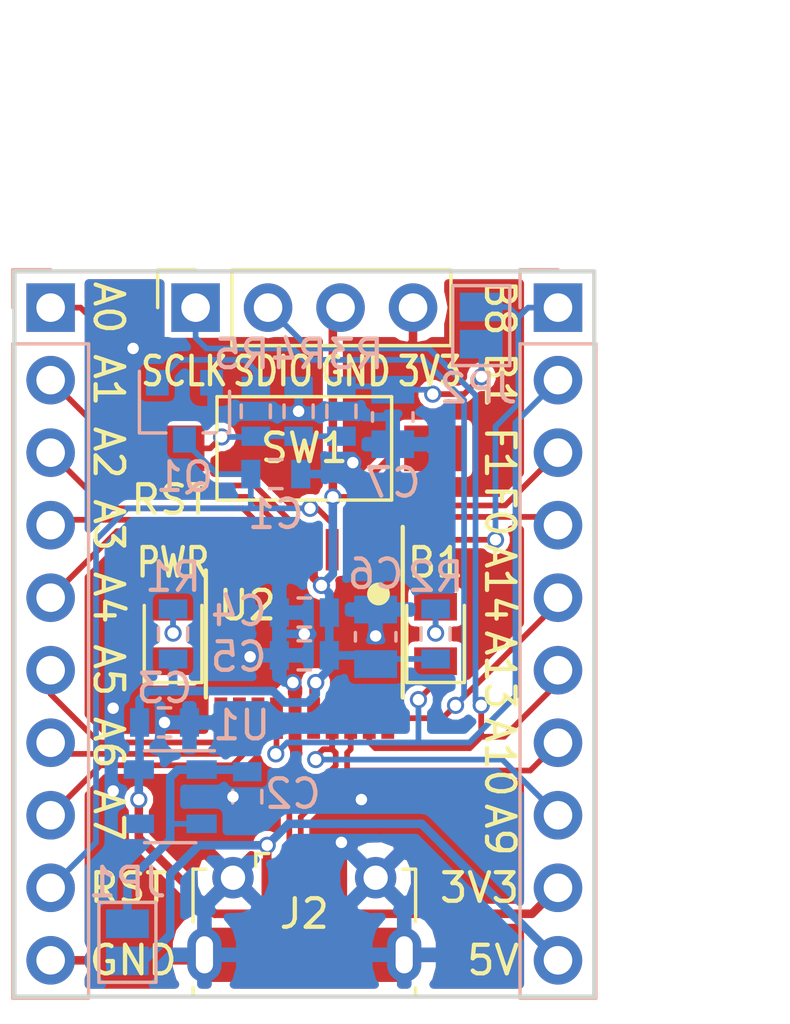
<source format=kicad_pcb>
(kicad_pcb (version 20171130) (host pcbnew "(2018-01-05 revision aeefa4560)-master")

  (general
    (thickness 1.6)
    (drawings 35)
    (tracks 342)
    (zones 0)
    (modules 24)
    (nets 29)
  )

  (page A4)
  (layers
    (0 F.Cu signal)
    (31 B.Cu signal)
    (32 B.Adhes user hide)
    (33 F.Adhes user hide)
    (34 B.Paste user hide)
    (35 F.Paste user hide)
    (36 B.SilkS user)
    (37 F.SilkS user)
    (38 B.Mask user hide)
    (39 F.Mask user hide)
    (40 Dwgs.User user)
    (41 Cmts.User user)
    (42 Eco1.User user)
    (43 Eco2.User user)
    (44 Edge.Cuts user)
    (45 Margin user)
    (46 B.CrtYd user hide)
    (47 F.CrtYd user hide)
    (48 B.Fab user hide)
    (49 F.Fab user hide)
  )

  (setup
    (last_trace_width 0.2)
    (user_trace_width 0.2)
    (user_trace_width 0.3)
    (trace_clearance 0.2)
    (zone_clearance 0.2)
    (zone_45_only yes)
    (trace_min 0.2)
    (segment_width 0.2)
    (edge_width 0.15)
    (via_size 0.6)
    (via_drill 0.4)
    (via_min_size 0.4)
    (via_min_drill 0.3)
    (uvia_size 0.3)
    (uvia_drill 0.1)
    (uvias_allowed no)
    (uvia_min_size 0.2)
    (uvia_min_drill 0.1)
    (pcb_text_width 0.3)
    (pcb_text_size 1.5 1.5)
    (mod_edge_width 0.15)
    (mod_text_size 1 1)
    (mod_text_width 0.15)
    (pad_size 0.97 1.5)
    (pad_drill 0)
    (pad_to_mask_clearance 0.1)
    (solder_mask_min_width 0.1)
    (aux_axis_origin 0 0)
    (grid_origin 150 100)
    (visible_elements FFFDFF7F)
    (pcbplotparams
      (layerselection 0x010fc_ffffffff)
      (usegerberextensions false)
      (usegerberattributes true)
      (usegerberadvancedattributes false)
      (creategerberjobfile false)
      (excludeedgelayer true)
      (linewidth 0.100000)
      (plotframeref false)
      (viasonmask false)
      (mode 1)
      (useauxorigin false)
      (hpglpennumber 1)
      (hpglpenspeed 20)
      (hpglpendiameter 15)
      (psnegative false)
      (psa4output false)
      (plotreference true)
      (plotvalue true)
      (plotinvisibletext false)
      (padsonsilk false)
      (subtractmaskfromsilk false)
      (outputformat 1)
      (mirror false)
      (drillshape 0)
      (scaleselection 1)
      (outputdirectory /home/andrew/gerber/))
  )

  (net 0 "")
  (net 1 +3V3)
  (net 2 "Net-(D1-Pad2)")
  (net 3 "Net-(D2-Pad2)")
  (net 4 /VBUS)
  (net 5 GND)
  (net 6 "Net-(U1-Pad4)")
  (net 7 /PF0)
  (net 8 /PF1)
  (net 9 /PA0)
  (net 10 /PA1)
  (net 11 /PA2)
  (net 12 /PA3)
  (net 13 /PA4)
  (net 14 /PA5)
  (net 15 /PA6)
  (net 16 /PA7)
  (net 17 /PB1)
  (net 18 USB_D-)
  (net 19 USB_D+)
  (net 20 SWDIO)
  (net 21 SWCLK)
  (net 22 "Net-(J2-Pad4)")
  (net 23 /NRST)
  (net 24 /PB8)
  (net 25 /RST_SW)
  (net 26 /BOOT0)
  (net 27 "Net-(Q1-Pad1)")
  (net 28 /V_IN)

  (net_class Default "This is the default net class."
    (clearance 0.2)
    (trace_width 0.2)
    (via_dia 0.6)
    (via_drill 0.4)
    (uvia_dia 0.3)
    (uvia_drill 0.1)
    (diff_pair_gap 0.2)
    (diff_pair_width 0.2)
    (add_net /BOOT0)
    (add_net /NRST)
    (add_net /PA0)
    (add_net /PA1)
    (add_net /PA2)
    (add_net /PA3)
    (add_net /PA4)
    (add_net /PA5)
    (add_net /PA6)
    (add_net /PA7)
    (add_net /PB1)
    (add_net /PB8)
    (add_net /PF0)
    (add_net /PF1)
    (add_net /RST_SW)
    (add_net "Net-(D1-Pad2)")
    (add_net "Net-(D2-Pad2)")
    (add_net "Net-(J2-Pad4)")
    (add_net "Net-(Q1-Pad1)")
    (add_net "Net-(U1-Pad4)")
    (add_net SWCLK)
    (add_net SWDIO)
    (add_net USB_D+)
    (add_net USB_D-)
  )

  (net_class Power ""
    (clearance 0.2)
    (trace_width 0.3)
    (via_dia 0.6)
    (via_drill 0.4)
    (uvia_dia 0.3)
    (uvia_drill 0.1)
    (diff_pair_gap 0.2)
    (diff_pair_width 0.2)
    (add_net +3V3)
    (add_net /VBUS)
    (add_net /V_IN)
    (add_net GND)
  )

  (module Package_TO_SOT_SMD:SOT-23 (layer B.Cu) (tedit 5A5081A0) (tstamp 5A509B85)
    (at 145.8 92.2 270)
    (descr "SOT-23, Standard")
    (tags SOT-23)
    (path /5A528A96)
    (attr smd)
    (fp_text reference Q1 (at 2.3 0) (layer B.SilkS)
      (effects (font (size 1 1) (thickness 0.15)) (justify mirror))
    )
    (fp_text value Q_NPN (at 0 -2.5 270) (layer B.Fab)
      (effects (font (size 1 1) (thickness 0.15)) (justify mirror))
    )
    (fp_text user %R (at 0 0 180) (layer B.Fab)
      (effects (font (size 0.5 0.5) (thickness 0.075)) (justify mirror))
    )
    (fp_line (start -0.7 0.95) (end -0.7 -1.5) (layer B.Fab) (width 0.1))
    (fp_line (start -0.15 1.52) (end 0.7 1.52) (layer B.Fab) (width 0.1))
    (fp_line (start -0.7 0.95) (end -0.15 1.52) (layer B.Fab) (width 0.1))
    (fp_line (start 0.7 1.52) (end 0.7 -1.52) (layer B.Fab) (width 0.1))
    (fp_line (start -0.7 -1.52) (end 0.7 -1.52) (layer B.Fab) (width 0.1))
    (fp_line (start 0.76 -1.58) (end 0.76 -0.65) (layer B.SilkS) (width 0.12))
    (fp_line (start 0.76 1.58) (end 0.76 0.65) (layer B.SilkS) (width 0.12))
    (fp_line (start -1.7 1.75) (end 1.7 1.75) (layer B.CrtYd) (width 0.05))
    (fp_line (start 1.7 1.75) (end 1.7 -1.75) (layer B.CrtYd) (width 0.05))
    (fp_line (start 1.7 -1.75) (end -1.7 -1.75) (layer B.CrtYd) (width 0.05))
    (fp_line (start -1.7 -1.75) (end -1.7 1.75) (layer B.CrtYd) (width 0.05))
    (fp_line (start 0.76 1.58) (end -1.4 1.58) (layer B.SilkS) (width 0.12))
    (fp_line (start 0.76 -1.58) (end -0.7 -1.58) (layer B.SilkS) (width 0.12))
    (pad 1 smd rect (at -1 0.95 270) (size 0.9 0.8) (layers B.Cu B.Paste B.Mask)
      (net 27 "Net-(Q1-Pad1)"))
    (pad 2 smd rect (at -1 -0.95 270) (size 0.9 0.8) (layers B.Cu B.Paste B.Mask)
      (net 5 GND) (zone_connect 0))
    (pad 3 smd rect (at 1 0 270) (size 0.9 0.8) (layers B.Cu B.Paste B.Mask)
      (net 23 /NRST))
    (model ${KISYS3DMOD}/Package_TO_SOT_SMD.3dshapes/SOT-23.wrl
      (at (xyz 0 0 0))
      (scale (xyz 1 1 1))
      (rotate (xyz 0 0 0))
    )
  )

  (module Capacitor_SMD:C_0805_2012Metric (layer B.Cu) (tedit 5A516766) (tstamp 5A50BF43)
    (at 153.1 92.4 270)
    (descr "Capacitor SMD 0805 (2012 Metric), square (rectangular) end terminal, IPC_7351 nominal, (Body size source: http://www.tortai-tech.com/upload/download/2011102023233369053.pdf), generated with kicad-footprint-generator")
    (tags capacitor)
    (path /5A53D5A1)
    (attr smd)
    (fp_text reference C7 (at 2.3 0 180) (layer B.SilkS)
      (effects (font (size 1 1) (thickness 0.15)) (justify mirror))
    )
    (fp_text value 10uF (at 0 -1.85 270) (layer B.Fab)
      (effects (font (size 1 1) (thickness 0.15)) (justify mirror))
    )
    (fp_line (start -1 -0.6) (end -1 0.6) (layer B.Fab) (width 0.1))
    (fp_line (start -1 0.6) (end 1 0.6) (layer B.Fab) (width 0.1))
    (fp_line (start 1 0.6) (end 1 -0.6) (layer B.Fab) (width 0.1))
    (fp_line (start 1 -0.6) (end -1 -0.6) (layer B.Fab) (width 0.1))
    (fp_line (start -0.15 0.71) (end 0.15 0.71) (layer B.SilkS) (width 0.12))
    (fp_line (start -0.15 -0.71) (end 0.15 -0.71) (layer B.SilkS) (width 0.12))
    (fp_line (start -1.69 -1) (end -1.69 1) (layer B.CrtYd) (width 0.05))
    (fp_line (start -1.69 1) (end 1.69 1) (layer B.CrtYd) (width 0.05))
    (fp_line (start 1.69 1) (end 1.69 -1) (layer B.CrtYd) (width 0.05))
    (fp_line (start 1.69 -1) (end -1.69 -1) (layer B.CrtYd) (width 0.05))
    (fp_text user %R (at 0 0 270) (layer B.Fab)
      (effects (font (size 0.5 0.5) (thickness 0.08)) (justify mirror))
    )
    (pad 1 smd rect (at -0.955 0 270) (size 0.97 1.5) (layers B.Cu B.Paste B.Mask)
      (net 26 /BOOT0))
    (pad 2 smd rect (at 0.955 0 270) (size 0.97 1.5) (layers B.Cu B.Paste B.Mask)
      (net 5 GND) (zone_connect 1))
    (model ${KISYS3DMOD}/Capacitor_SMD.3dshapes/C_0805_2012Metric.wrl
      (at (xyz 0 0 0))
      (scale (xyz 1 1 1))
      (rotate (xyz 0 0 0))
    )
  )

  (module Resistor_SMD:R_0603_1608Metric (layer B.Cu) (tedit 59FE48B8) (tstamp 5A50A88C)
    (at 154.6 100 90)
    (descr "Resistor SMD 0603 (1608 Metric), square (rectangular) end terminal, IPC_7351 nominal, (Body size source: http://www.tortai-tech.com/upload/download/2011102023233369053.pdf), generated with kicad-footprint-generator")
    (tags resistor)
    (path /5A4FA20C)
    (attr smd)
    (fp_text reference R2 (at 2 0 180) (layer B.SilkS)
      (effects (font (size 1 1) (thickness 0.15)) (justify mirror))
    )
    (fp_text value 470 (at 0 -1.65 90) (layer B.Fab)
      (effects (font (size 1 1) (thickness 0.15)) (justify mirror))
    )
    (fp_line (start -0.8 -0.4) (end -0.8 0.4) (layer B.Fab) (width 0.1))
    (fp_line (start -0.8 0.4) (end 0.8 0.4) (layer B.Fab) (width 0.1))
    (fp_line (start 0.8 0.4) (end 0.8 -0.4) (layer B.Fab) (width 0.1))
    (fp_line (start 0.8 -0.4) (end -0.8 -0.4) (layer B.Fab) (width 0.1))
    (fp_line (start -0.22 0.51) (end 0.22 0.51) (layer B.SilkS) (width 0.12))
    (fp_line (start -0.22 -0.51) (end 0.22 -0.51) (layer B.SilkS) (width 0.12))
    (fp_line (start -1.46 -0.75) (end -1.46 0.75) (layer B.CrtYd) (width 0.05))
    (fp_line (start -1.46 0.75) (end 1.46 0.75) (layer B.CrtYd) (width 0.05))
    (fp_line (start 1.46 0.75) (end 1.46 -0.75) (layer B.CrtYd) (width 0.05))
    (fp_line (start 1.46 -0.75) (end -1.46 -0.75) (layer B.CrtYd) (width 0.05))
    (fp_text user %R (at 0 0 90) (layer B.Fab)
      (effects (font (size 0.5 0.5) (thickness 0.08)) (justify mirror))
    )
    (pad 1 smd rect (at -0.875 0 90) (size 0.67 1) (layers B.Cu B.Paste B.Mask)
      (net 1 +3V3))
    (pad 2 smd rect (at 0.875 0 90) (size 0.67 1) (layers B.Cu B.Paste B.Mask)
      (net 3 "Net-(D2-Pad2)"))
    (model ${KISYS3DMOD}/Resistor_SMD.3dshapes/R_0603_1608Metric.wrl
      (at (xyz 0 0 0))
      (scale (xyz 1 1 1))
      (rotate (xyz 0 0 0))
    )
  )

  (module Jumper:SolderJumper-2_P1.3mm_Open_Pad1.0x1.5mm (layer B.Cu) (tedit 5A3EABFC) (tstamp 5A50D98B)
    (at 156.2 89.2 90)
    (descr "SMD Solder Jumper, 1x1.5mm Pads, 0.3mm gap, open")
    (tags "solder jumper open")
    (path /5A549474)
    (attr virtual)
    (fp_text reference JP2 (at -2.2 -0.1 180) (layer B.SilkS)
      (effects (font (size 1 1) (thickness 0.15)) (justify mirror))
    )
    (fp_text value SolderJumper (at 0 -1.9 90) (layer B.Fab)
      (effects (font (size 1 1) (thickness 0.15)) (justify mirror))
    )
    (fp_line (start -1.4 -1) (end -1.4 1) (layer B.SilkS) (width 0.12))
    (fp_line (start 1.4 -1) (end -1.4 -1) (layer B.SilkS) (width 0.12))
    (fp_line (start 1.4 1) (end 1.4 -1) (layer B.SilkS) (width 0.12))
    (fp_line (start -1.4 1) (end 1.4 1) (layer B.SilkS) (width 0.12))
    (fp_line (start -1.65 1.25) (end 1.65 1.25) (layer B.CrtYd) (width 0.05))
    (fp_line (start -1.65 1.25) (end -1.65 -1.25) (layer B.CrtYd) (width 0.05))
    (fp_line (start 1.65 -1.25) (end 1.65 1.25) (layer B.CrtYd) (width 0.05))
    (fp_line (start 1.65 -1.25) (end -1.65 -1.25) (layer B.CrtYd) (width 0.05))
    (pad 2 smd rect (at 0.65 0 90) (size 1 1.5) (layers B.Cu B.Mask)
      (net 24 /PB8))
    (pad 1 smd rect (at -0.65 0 90) (size 1 1.5) (layers B.Cu B.Mask)
      (net 26 /BOOT0))
  )

  (module Jumper:SolderJumper-2_P1.3mm_Open_Pad1.0x1.5mm (layer B.Cu) (tedit 5A3EABFC) (tstamp 5A50DA3A)
    (at 143.8 110.8 90)
    (descr "SMD Solder Jumper, 1x1.5mm Pads, 0.3mm gap, open")
    (tags "solder jumper open")
    (path /5A516302)
    (attr virtual)
    (fp_text reference JP1 (at 2.1 0) (layer B.SilkS)
      (effects (font (size 1 1) (thickness 0.15)) (justify mirror))
    )
    (fp_text value SolderJumper (at 0 -1.9 90) (layer B.Fab)
      (effects (font (size 1 1) (thickness 0.15)) (justify mirror))
    )
    (fp_line (start -1.4 -1) (end -1.4 1) (layer B.SilkS) (width 0.12))
    (fp_line (start 1.4 -1) (end -1.4 -1) (layer B.SilkS) (width 0.12))
    (fp_line (start 1.4 1) (end 1.4 -1) (layer B.SilkS) (width 0.12))
    (fp_line (start -1.4 1) (end 1.4 1) (layer B.SilkS) (width 0.12))
    (fp_line (start -1.65 1.25) (end 1.65 1.25) (layer B.CrtYd) (width 0.05))
    (fp_line (start -1.65 1.25) (end -1.65 -1.25) (layer B.CrtYd) (width 0.05))
    (fp_line (start 1.65 -1.25) (end 1.65 1.25) (layer B.CrtYd) (width 0.05))
    (fp_line (start 1.65 -1.25) (end -1.65 -1.25) (layer B.CrtYd) (width 0.05))
    (pad 2 smd rect (at 0.65 0 90) (size 1 1.5) (layers B.Cu B.Mask)
      (net 28 /V_IN))
    (pad 1 smd rect (at -0.65 0 90) (size 1 1.5) (layers B.Cu B.Mask)
      (net 4 /VBUS))
  )

  (module Resistor_SMD:R_0603_1608Metric (layer B.Cu) (tedit 5A508519) (tstamp 5A50A3A2)
    (at 148.3 92.2 270)
    (descr "Resistor SMD 0603 (1608 Metric), square (rectangular) end terminal, IPC_7351 nominal, (Body size source: http://www.tortai-tech.com/upload/download/2011102023233369053.pdf), generated with kicad-footprint-generator")
    (tags resistor)
    (path /5A584F7D)
    (attr smd)
    (fp_text reference R5 (at -2 0.5) (layer B.SilkS)
      (effects (font (size 1 1) (thickness 0.15)) (justify mirror))
    )
    (fp_text value 10k (at 0 -1.65 270) (layer B.Fab)
      (effects (font (size 1 1) (thickness 0.15)) (justify mirror))
    )
    (fp_line (start -0.8 -0.4) (end -0.8 0.4) (layer B.Fab) (width 0.1))
    (fp_line (start -0.8 0.4) (end 0.8 0.4) (layer B.Fab) (width 0.1))
    (fp_line (start 0.8 0.4) (end 0.8 -0.4) (layer B.Fab) (width 0.1))
    (fp_line (start 0.8 -0.4) (end -0.8 -0.4) (layer B.Fab) (width 0.1))
    (fp_line (start -0.22 0.51) (end 0.22 0.51) (layer B.SilkS) (width 0.12))
    (fp_line (start -0.22 -0.51) (end 0.22 -0.51) (layer B.SilkS) (width 0.12))
    (fp_line (start -1.46 -0.75) (end -1.46 0.75) (layer B.CrtYd) (width 0.05))
    (fp_line (start -1.46 0.75) (end 1.46 0.75) (layer B.CrtYd) (width 0.05))
    (fp_line (start 1.46 0.75) (end 1.46 -0.75) (layer B.CrtYd) (width 0.05))
    (fp_line (start 1.46 -0.75) (end -1.46 -0.75) (layer B.CrtYd) (width 0.05))
    (fp_text user %R (at 0 0 270) (layer B.Fab)
      (effects (font (size 0.5 0.5) (thickness 0.08)) (justify mirror))
    )
    (pad 1 smd rect (at -0.875 0 270) (size 0.67 1) (layers B.Cu B.Paste B.Mask)
      (net 27 "Net-(Q1-Pad1)"))
    (pad 2 smd rect (at 0.875 0 270) (size 0.67 1) (layers B.Cu B.Paste B.Mask)
      (net 25 /RST_SW))
    (model ${KISYS3DMOD}/Resistor_SMD.3dshapes/R_0603_1608Metric.wrl
      (at (xyz 0 0 0))
      (scale (xyz 1 1 1))
      (rotate (xyz 0 0 0))
    )
  )

  (module Resistor_SMD:R_0603_1608Metric (layer B.Cu) (tedit 5A508516) (tstamp 5A509B1A)
    (at 149.8 92.2 90)
    (descr "Resistor SMD 0603 (1608 Metric), square (rectangular) end terminal, IPC_7351 nominal, (Body size source: http://www.tortai-tech.com/upload/download/2011102023233369053.pdf), generated with kicad-footprint-generator")
    (tags resistor)
    (path /5A53B3D1)
    (attr smd)
    (fp_text reference R4 (at 2 0 180) (layer B.SilkS)
      (effects (font (size 1 1) (thickness 0.15)) (justify mirror))
    )
    (fp_text value 10k (at 0 -1.65 90) (layer B.Fab)
      (effects (font (size 1 1) (thickness 0.15)) (justify mirror))
    )
    (fp_line (start -0.8 -0.4) (end -0.8 0.4) (layer B.Fab) (width 0.1))
    (fp_line (start -0.8 0.4) (end 0.8 0.4) (layer B.Fab) (width 0.1))
    (fp_line (start 0.8 0.4) (end 0.8 -0.4) (layer B.Fab) (width 0.1))
    (fp_line (start 0.8 -0.4) (end -0.8 -0.4) (layer B.Fab) (width 0.1))
    (fp_line (start -0.22 0.51) (end 0.22 0.51) (layer B.SilkS) (width 0.12))
    (fp_line (start -0.22 -0.51) (end 0.22 -0.51) (layer B.SilkS) (width 0.12))
    (fp_line (start -1.46 -0.75) (end -1.46 0.75) (layer B.CrtYd) (width 0.05))
    (fp_line (start -1.46 0.75) (end 1.46 0.75) (layer B.CrtYd) (width 0.05))
    (fp_line (start 1.46 0.75) (end 1.46 -0.75) (layer B.CrtYd) (width 0.05))
    (fp_line (start 1.46 -0.75) (end -1.46 -0.75) (layer B.CrtYd) (width 0.05))
    (fp_text user %R (at 0 0 90) (layer B.Fab)
      (effects (font (size 0.5 0.5) (thickness 0.08)) (justify mirror))
    )
    (pad 1 smd rect (at -0.875 0 90) (size 0.67 1) (layers B.Cu B.Paste B.Mask)
      (net 25 /RST_SW))
    (pad 2 smd rect (at 0.875 0 90) (size 0.67 1) (layers B.Cu B.Paste B.Mask)
      (net 5 GND) (zone_connect 0))
    (model ${KISYS3DMOD}/Resistor_SMD.3dshapes/R_0603_1608Metric.wrl
      (at (xyz 0 0 0))
      (scale (xyz 1 1 1))
      (rotate (xyz 0 0 0))
    )
  )

  (module Capacitor_SMD:C_0603_1608Metric (layer B.Cu) (tedit 5A5081BB) (tstamp 5A79D55D)
    (at 149 94.4)
    (descr "Capacitor SMD 0603 (1608 Metric), square (rectangular) end terminal, IPC_7351 nominal, (Body size source: http://www.tortai-tech.com/upload/download/2011102023233369053.pdf), generated with kicad-footprint-generator")
    (tags capacitor)
    (path /5A4ED711)
    (attr smd)
    (fp_text reference C1 (at 0 1.4) (layer B.SilkS)
      (effects (font (size 1 1) (thickness 0.15)) (justify mirror))
    )
    (fp_text value 100nF (at 0 -1.65) (layer B.Fab)
      (effects (font (size 1 1) (thickness 0.15)) (justify mirror))
    )
    (fp_line (start -0.8 -0.4) (end -0.8 0.4) (layer B.Fab) (width 0.1))
    (fp_line (start -0.8 0.4) (end 0.8 0.4) (layer B.Fab) (width 0.1))
    (fp_line (start 0.8 0.4) (end 0.8 -0.4) (layer B.Fab) (width 0.1))
    (fp_line (start 0.8 -0.4) (end -0.8 -0.4) (layer B.Fab) (width 0.1))
    (fp_line (start -0.22 0.51) (end 0.22 0.51) (layer B.SilkS) (width 0.12))
    (fp_line (start -0.22 -0.51) (end 0.22 -0.51) (layer B.SilkS) (width 0.12))
    (fp_line (start -1.46 -0.75) (end -1.46 0.75) (layer B.CrtYd) (width 0.05))
    (fp_line (start -1.46 0.75) (end 1.46 0.75) (layer B.CrtYd) (width 0.05))
    (fp_line (start 1.46 0.75) (end 1.46 -0.75) (layer B.CrtYd) (width 0.05))
    (fp_line (start 1.46 -0.75) (end -1.46 -0.75) (layer B.CrtYd) (width 0.05))
    (fp_text user %R (at 0 0) (layer B.Fab)
      (effects (font (size 0.5 0.5) (thickness 0.08)) (justify mirror))
    )
    (pad 1 smd rect (at -0.875 0) (size 0.67 1) (layers B.Cu B.Paste B.Mask)
      (net 23 /NRST))
    (pad 2 smd rect (at 0.875 0) (size 0.67 1) (layers B.Cu B.Paste B.Mask)
      (net 5 GND) (zone_connect 0))
    (model ${KISYS3DMOD}/Capacitor_SMD.3dshapes/C_0603_1608Metric.wrl
      (at (xyz 0 0 0))
      (scale (xyz 1 1 1))
      (rotate (xyz 0 0 0))
    )
  )

  (module Button_Switch_SMD:SW_SPST_FSMSM (layer F.Cu) (tedit 5A02FC95) (tstamp 5A4F3B3C)
    (at 150 93.5 180)
    (descr http://www.te.com/commerce/DocumentDelivery/DDEController?Action=srchrtrv&DocNm=1437566-3&DocType=Customer+Drawing&DocLang=English)
    (tags "SPST button tactile switch")
    (path /5A4EDFE6)
    (attr smd)
    (fp_text reference SW1 (at 0 0.012 180) (layer F.SilkS)
      (effects (font (size 1 1) (thickness 0.15)))
    )
    (fp_text value SW_Push (at 0 3 180) (layer F.Fab)
      (effects (font (size 1 1) (thickness 0.15)))
    )
    (fp_text user %R (at 0 -2.6 180) (layer F.Fab)
      (effects (font (size 1 1) (thickness 0.15)))
    )
    (fp_line (start -1.75 -1) (end 1.75 -1) (layer F.Fab) (width 0.1))
    (fp_line (start 1.75 -1) (end 1.75 1) (layer F.Fab) (width 0.1))
    (fp_line (start 1.75 1) (end -1.75 1) (layer F.Fab) (width 0.1))
    (fp_line (start -1.75 1) (end -1.75 -1) (layer F.Fab) (width 0.1))
    (fp_line (start -3.06 -1.81) (end 3.06 -1.81) (layer F.SilkS) (width 0.12))
    (fp_line (start 3.06 -1.81) (end 3.06 1.81) (layer F.SilkS) (width 0.12))
    (fp_line (start 3.06 1.81) (end -3.06 1.81) (layer F.SilkS) (width 0.12))
    (fp_line (start -3.06 1.81) (end -3.06 -1.81) (layer F.SilkS) (width 0.12))
    (fp_line (start -1.5 0.8) (end 1.5 0.8) (layer F.Fab) (width 0.1))
    (fp_line (start -1.5 -0.8) (end 1.5 -0.8) (layer F.Fab) (width 0.1))
    (fp_line (start 1.5 -0.8) (end 1.5 0.8) (layer F.Fab) (width 0.1))
    (fp_line (start -1.5 -0.8) (end -1.5 0.8) (layer F.Fab) (width 0.1))
    (fp_line (start -5.95 2) (end 5.95 2) (layer F.CrtYd) (width 0.05))
    (fp_line (start 5.95 -2) (end 5.95 2) (layer F.CrtYd) (width 0.05))
    (fp_line (start -3 1.75) (end 3 1.75) (layer F.Fab) (width 0.1))
    (fp_line (start -3 -1.75) (end 3 -1.75) (layer F.Fab) (width 0.1))
    (fp_line (start -3 -1.75) (end -3 1.75) (layer F.Fab) (width 0.1))
    (fp_line (start 3 -1.75) (end 3 1.75) (layer F.Fab) (width 0.1))
    (fp_line (start -5.95 -2) (end -5.95 2) (layer F.CrtYd) (width 0.05))
    (fp_line (start -5.95 -2) (end 5.95 -2) (layer F.CrtYd) (width 0.05))
    (pad 1 smd rect (at -4.59 0 180) (size 2.18 1.6) (layers F.Cu F.Paste F.Mask)
      (net 1 +3V3))
    (pad 2 smd rect (at 4.59 0 180) (size 2.18 1.6) (layers F.Cu F.Paste F.Mask)
      (net 25 /RST_SW))
    (model ${KISYS3DMOD}/Button_Switch_SMD.3dshapes/SW_SPST_FSMSM.wrl
      (at (xyz 0 0 0))
      (scale (xyz 1 1 1))
      (rotate (xyz 0 0 0))
    )
  )

  (module Connector_PinSocket_2.54mm:PinSocket_1x10_P2.54mm_Vertical (layer B.Cu) (tedit 5A4EA9B0) (tstamp 5A79D4FF)
    (at 158.89 88.57 180)
    (descr "Through hole straight socket strip, 1x10, 2.54mm pitch, single row (from Kicad 4.0.7), script generated")
    (tags "Through hole socket strip THT 1x10 2.54mm single row")
    (path /5A4F34D2)
    (fp_text reference J3 (at 0 2.77 180) (layer B.SilkS) hide
      (effects (font (size 1 1) (thickness 0.15)) (justify mirror))
    )
    (fp_text value Conn_01x10_Male (at 0 -25.63 180) (layer B.Fab)
      (effects (font (size 1 1) (thickness 0.15)) (justify mirror))
    )
    (fp_line (start -1.27 1.27) (end 0.635 1.27) (layer B.Fab) (width 0.1))
    (fp_line (start 0.635 1.27) (end 1.27 0.635) (layer B.Fab) (width 0.1))
    (fp_line (start 1.27 0.635) (end 1.27 -24.13) (layer B.Fab) (width 0.1))
    (fp_line (start 1.27 -24.13) (end -1.27 -24.13) (layer B.Fab) (width 0.1))
    (fp_line (start -1.27 -24.13) (end -1.27 1.27) (layer B.Fab) (width 0.1))
    (fp_line (start -1.33 -1.27) (end 1.33 -1.27) (layer B.SilkS) (width 0.12))
    (fp_line (start -1.33 -1.27) (end -1.33 -24.19) (layer B.SilkS) (width 0.12))
    (fp_line (start -1.33 -24.19) (end 1.33 -24.19) (layer B.SilkS) (width 0.12))
    (fp_line (start 1.33 -1.27) (end 1.33 -24.19) (layer B.SilkS) (width 0.12))
    (fp_line (start 1.33 1.33) (end 1.33 0) (layer B.SilkS) (width 0.12))
    (fp_line (start 0 1.33) (end 1.33 1.33) (layer B.SilkS) (width 0.12))
    (fp_line (start -1.8 1.8) (end 1.75 1.8) (layer B.CrtYd) (width 0.05))
    (fp_line (start 1.75 1.8) (end 1.75 -24.6) (layer B.CrtYd) (width 0.05))
    (fp_line (start 1.75 -24.6) (end -1.8 -24.6) (layer B.CrtYd) (width 0.05))
    (fp_line (start -1.8 -24.6) (end -1.8 1.8) (layer B.CrtYd) (width 0.05))
    (fp_text user %R (at 0 -11.43 90) (layer B.Fab)
      (effects (font (size 1 1) (thickness 0.15)) (justify mirror))
    )
    (pad 1 thru_hole rect (at 0 0 180) (size 1.7 1.7) (drill 1) (layers *.Cu *.Mask)
      (net 24 /PB8))
    (pad 2 thru_hole oval (at 0 -2.54 180) (size 1.7 1.7) (drill 1) (layers *.Cu *.Mask)
      (net 17 /PB1))
    (pad 3 thru_hole oval (at 0 -5.08 180) (size 1.7 1.7) (drill 1) (layers *.Cu *.Mask)
      (net 8 /PF1))
    (pad 4 thru_hole oval (at 0 -7.62 180) (size 1.7 1.7) (drill 1) (layers *.Cu *.Mask)
      (net 7 /PF0))
    (pad 5 thru_hole oval (at 0 -10.16 180) (size 1.7 1.7) (drill 1) (layers *.Cu *.Mask)
      (net 21 SWCLK))
    (pad 6 thru_hole oval (at 0 -12.7 180) (size 1.7 1.7) (drill 1) (layers *.Cu *.Mask)
      (net 20 SWDIO))
    (pad 7 thru_hole oval (at 0 -15.24 180) (size 1.7 1.7) (drill 1) (layers *.Cu *.Mask)
      (net 19 USB_D+))
    (pad 8 thru_hole oval (at 0 -17.78 180) (size 1.7 1.7) (drill 1) (layers *.Cu *.Mask)
      (net 18 USB_D-))
    (pad 9 thru_hole oval (at 0 -20.32 180) (size 1.7 1.7) (drill 1) (layers *.Cu *.Mask)
      (net 1 +3V3))
    (pad 10 thru_hole oval (at 0 -22.86 180) (size 1.7 1.7) (drill 1) (layers *.Cu *.Mask)
      (net 4 /VBUS))
    (model ${KISYS3DMOD}/Connector_PinHeader_2.54mm.3dshapes/PinHeader_1x10_P2.54mm_Vertical.wrl
      (at (xyz 0 0 0))
      (scale (xyz 1 1 1))
      (rotate (xyz 0 0 0))
    )
  )

  (module Package_SSOP:TSSOP-20_4.4x6.5mm_P0.65mm (layer F.Cu) (tedit 5A02F25C) (tstamp 5A79D492)
    (at 150 100 270)
    (descr "20-Lead Plastic Thin Shrink Small Outline (ST)-4.4 mm Body [TSSOP] (see Microchip Packaging Specification 00000049BS.pdf)")
    (tags "SSOP 0.65")
    (path /5A4E6F9D)
    (attr smd)
    (fp_text reference U2 (at -1 2) (layer F.SilkS)
      (effects (font (size 1 1) (thickness 0.15)))
    )
    (fp_text value STM32F042F6Px (at 0 4.3 270) (layer F.Fab)
      (effects (font (size 1 1) (thickness 0.15)))
    )
    (fp_line (start -1.2 -3.25) (end 2.2 -3.25) (layer F.Fab) (width 0.15))
    (fp_line (start 2.2 -3.25) (end 2.2 3.25) (layer F.Fab) (width 0.15))
    (fp_line (start 2.2 3.25) (end -2.2 3.25) (layer F.Fab) (width 0.15))
    (fp_line (start -2.2 3.25) (end -2.2 -2.25) (layer F.Fab) (width 0.15))
    (fp_line (start -2.2 -2.25) (end -1.2 -3.25) (layer F.Fab) (width 0.15))
    (fp_line (start -3.95 -3.55) (end -3.95 3.55) (layer F.CrtYd) (width 0.05))
    (fp_line (start 3.95 -3.55) (end 3.95 3.55) (layer F.CrtYd) (width 0.05))
    (fp_line (start -3.95 -3.55) (end 3.95 -3.55) (layer F.CrtYd) (width 0.05))
    (fp_line (start -3.95 3.55) (end 3.95 3.55) (layer F.CrtYd) (width 0.05))
    (fp_line (start -2.225 3.45) (end 2.225 3.45) (layer F.SilkS) (width 0.15))
    (fp_line (start -3.75 -3.45) (end 2.225 -3.45) (layer F.SilkS) (width 0.15))
    (fp_text user %R (at 0 0 270) (layer F.Fab)
      (effects (font (size 0.8 0.8) (thickness 0.15)))
    )
    (pad 1 smd rect (at -2.95 -2.925 270) (size 1.45 0.45) (layers F.Cu F.Paste F.Mask)
      (net 24 /PB8))
    (pad 2 smd rect (at -2.95 -2.275 270) (size 1.45 0.45) (layers F.Cu F.Paste F.Mask)
      (net 7 /PF0))
    (pad 3 smd rect (at -2.95 -1.625 270) (size 1.45 0.45) (layers F.Cu F.Paste F.Mask)
      (net 8 /PF1))
    (pad 4 smd rect (at -2.95 -0.975 270) (size 1.45 0.45) (layers F.Cu F.Paste F.Mask)
      (net 23 /NRST))
    (pad 5 smd rect (at -2.95 -0.325 270) (size 1.45 0.45) (layers F.Cu F.Paste F.Mask)
      (net 1 +3V3))
    (pad 6 smd rect (at -2.95 0.325 270) (size 1.45 0.45) (layers F.Cu F.Paste F.Mask)
      (net 9 /PA0))
    (pad 7 smd rect (at -2.95 0.975 270) (size 1.45 0.45) (layers F.Cu F.Paste F.Mask)
      (net 10 /PA1))
    (pad 8 smd rect (at -2.95 1.625 270) (size 1.45 0.45) (layers F.Cu F.Paste F.Mask)
      (net 11 /PA2))
    (pad 9 smd rect (at -2.95 2.275 270) (size 1.45 0.45) (layers F.Cu F.Paste F.Mask)
      (net 12 /PA3))
    (pad 10 smd rect (at -2.95 2.925 270) (size 1.45 0.45) (layers F.Cu F.Paste F.Mask)
      (net 13 /PA4))
    (pad 11 smd rect (at 2.95 2.925 270) (size 1.45 0.45) (layers F.Cu F.Paste F.Mask)
      (net 14 /PA5))
    (pad 12 smd rect (at 2.95 2.275 270) (size 1.45 0.45) (layers F.Cu F.Paste F.Mask)
      (net 15 /PA6))
    (pad 13 smd rect (at 2.95 1.625 270) (size 1.45 0.45) (layers F.Cu F.Paste F.Mask)
      (net 16 /PA7))
    (pad 14 smd rect (at 2.95 0.975 270) (size 1.45 0.45) (layers F.Cu F.Paste F.Mask)
      (net 17 /PB1))
    (pad 15 smd rect (at 2.95 0.325 270) (size 1.45 0.45) (layers F.Cu F.Paste F.Mask)
      (net 5 GND))
    (pad 16 smd rect (at 2.95 -0.325 270) (size 1.45 0.45) (layers F.Cu F.Paste F.Mask)
      (net 1 +3V3))
    (pad 17 smd rect (at 2.95 -0.975 270) (size 1.45 0.45) (layers F.Cu F.Paste F.Mask)
      (net 18 USB_D-))
    (pad 18 smd rect (at 2.95 -1.625 270) (size 1.45 0.45) (layers F.Cu F.Paste F.Mask)
      (net 19 USB_D+))
    (pad 19 smd rect (at 2.95 -2.275 270) (size 1.45 0.45) (layers F.Cu F.Paste F.Mask)
      (net 20 SWDIO))
    (pad 20 smd rect (at 2.95 -2.925 270) (size 1.45 0.45) (layers F.Cu F.Paste F.Mask)
      (net 21 SWCLK))
    (model ${KISYS3DMOD}/Package_SSOP.3dshapes/TSSOP-20_4.4x6.5mm_P0.65mm.wrl
      (at (xyz 0 0 0))
      (scale (xyz 1 1 1))
      (rotate (xyz 0 0 0))
    )
  )

  (module Capacitor_SMD:C_0805_2012Metric (layer B.Cu) (tedit 5A516778) (tstamp 5A7B7173)
    (at 152.5 100.1 90)
    (descr "Capacitor SMD 0805 (2012 Metric), square (rectangular) end terminal, IPC_7351 nominal, (Body size source: http://www.tortai-tech.com/upload/download/2011102023233369053.pdf), generated with kicad-footprint-generator")
    (tags capacitor)
    (path /5A4E9C44)
    (attr smd)
    (fp_text reference C6 (at 2.2 0 180) (layer B.SilkS)
      (effects (font (size 1 1) (thickness 0.15)) (justify mirror))
    )
    (fp_text value 10uF (at 0 -1.85 90) (layer B.Fab)
      (effects (font (size 1 1) (thickness 0.15)) (justify mirror))
    )
    (fp_line (start -1 -0.6) (end -1 0.6) (layer B.Fab) (width 0.1))
    (fp_line (start -1 0.6) (end 1 0.6) (layer B.Fab) (width 0.1))
    (fp_line (start 1 0.6) (end 1 -0.6) (layer B.Fab) (width 0.1))
    (fp_line (start 1 -0.6) (end -1 -0.6) (layer B.Fab) (width 0.1))
    (fp_line (start -0.15 0.71) (end 0.15 0.71) (layer B.SilkS) (width 0.12))
    (fp_line (start -0.15 -0.71) (end 0.15 -0.71) (layer B.SilkS) (width 0.12))
    (fp_line (start -1.69 -1) (end -1.69 1) (layer B.CrtYd) (width 0.05))
    (fp_line (start -1.69 1) (end 1.69 1) (layer B.CrtYd) (width 0.05))
    (fp_line (start 1.69 1) (end 1.69 -1) (layer B.CrtYd) (width 0.05))
    (fp_line (start 1.69 -1) (end -1.69 -1) (layer B.CrtYd) (width 0.05))
    (fp_text user %R (at 0 0 90) (layer B.Fab)
      (effects (font (size 0.5 0.5) (thickness 0.08)) (justify mirror))
    )
    (pad 1 smd rect (at -0.955 0 90) (size 0.97 1.5) (layers B.Cu B.Paste B.Mask)
      (net 1 +3V3))
    (pad 2 smd rect (at 0.955 0 90) (size 0.97 1.5) (layers B.Cu B.Paste B.Mask)
      (net 5 GND) (zone_connect 1))
    (model ${KISYS3DMOD}/Capacitor_SMD.3dshapes/C_0805_2012Metric.wrl
      (at (xyz 0 0 0))
      (scale (xyz 1 1 1))
      (rotate (xyz 0 0 0))
    )
  )

  (module Connector_USB:USB_Micro-B_Molex-105017-0001 (layer F.Cu) (tedit 5A508275) (tstamp 5A79D4E1)
    (at 150 110)
    (descr http://www.molex.com/pdm_docs/sd/1050170001_sd.pdf)
    (tags "Micro-USB SMD Typ-B")
    (path /5A4E73FF)
    (attr smd)
    (fp_text reference J2 (at 0 -0.2) (layer F.SilkS)
      (effects (font (size 1 1) (thickness 0.15)))
    )
    (fp_text value USB_B_Micro (at 0.3 4.3375) (layer F.Fab)
      (effects (font (size 1 1) (thickness 0.15)))
    )
    (fp_text user "PCB Edge" (at 0 2.6875) (layer Dwgs.User)
      (effects (font (size 0.5 0.5) (thickness 0.08)))
    )
    (fp_text user %R (at 0 0.8875) (layer F.Fab)
      (effects (font (size 1 1) (thickness 0.15)))
    )
    (fp_line (start -4.4 3.64) (end 4.4 3.64) (layer F.CrtYd) (width 0.05))
    (fp_line (start 4.4 -2.46) (end 4.4 3.64) (layer F.CrtYd) (width 0.05))
    (fp_line (start -4.4 -2.46) (end 4.4 -2.46) (layer F.CrtYd) (width 0.05))
    (fp_line (start -4.4 3.64) (end -4.4 -2.46) (layer F.CrtYd) (width 0.05))
    (fp_line (start -3.9 -1.7625) (end -3.45 -1.7625) (layer F.SilkS) (width 0.12))
    (fp_line (start -3.9 0.0875) (end -3.9 -1.7625) (layer F.SilkS) (width 0.12))
    (fp_line (start 3.9 2.6375) (end 3.9 2.3875) (layer F.SilkS) (width 0.12))
    (fp_line (start 3.75 3.3875) (end 3.75 -1.6125) (layer F.Fab) (width 0.1))
    (fp_line (start -3 2.689204) (end 3 2.689204) (layer F.Fab) (width 0.1))
    (fp_line (start -3.75 3.389204) (end 3.75 3.389204) (layer F.Fab) (width 0.1))
    (fp_line (start -3.75 -1.6125) (end 3.75 -1.6125) (layer F.Fab) (width 0.1))
    (fp_line (start -3.75 3.3875) (end -3.75 -1.6125) (layer F.Fab) (width 0.1))
    (fp_line (start -3.9 2.6375) (end -3.9 2.3875) (layer F.SilkS) (width 0.12))
    (fp_line (start 3.9 0.0875) (end 3.9 -1.7625) (layer F.SilkS) (width 0.12))
    (fp_line (start 3.9 -1.7625) (end 3.45 -1.7625) (layer F.SilkS) (width 0.12))
    (fp_line (start -1.7 -2.3125) (end -1.25 -2.3125) (layer F.SilkS) (width 0.12))
    (fp_line (start -1.7 -2.3125) (end -1.7 -1.8625) (layer F.SilkS) (width 0.12))
    (fp_line (start -1.3 -1.7125) (end -1.5 -1.9125) (layer F.Fab) (width 0.1))
    (fp_line (start -1.1 -1.9125) (end -1.3 -1.7125) (layer F.Fab) (width 0.1))
    (fp_line (start -1.5 -2.1225) (end -1.1 -2.1225) (layer F.Fab) (width 0.1))
    (fp_line (start -1.5 -2.1225) (end -1.5 -1.9125) (layer F.Fab) (width 0.1))
    (fp_line (start -1.1 -2.1225) (end -1.1 -1.9125) (layer F.Fab) (width 0.1))
    (pad 6 smd rect (at 1 1.2375) (size 1.5 1.9) (layers F.Cu F.Paste F.Mask)
      (net 5 GND) (zone_connect 2))
    (pad 6 thru_hole circle (at -2.5 -1.4625) (size 1.45 1.45) (drill 0.85) (layers *.Cu *.Mask)
      (net 5 GND))
    (pad 2 smd rect (at -0.65 -1.4625) (size 0.4 1.35) (layers F.Cu F.Paste F.Mask)
      (net 18 USB_D-))
    (pad 1 smd rect (at -1.3 -1.4625) (size 0.4 1.35) (layers F.Cu F.Paste F.Mask)
      (net 4 /VBUS))
    (pad 5 smd rect (at 1.3 -1.4625) (size 0.4 1.35) (layers F.Cu F.Paste F.Mask)
      (net 5 GND))
    (pad 4 smd rect (at 0.65 -1.4625) (size 0.4 1.35) (layers F.Cu F.Paste F.Mask)
      (net 22 "Net-(J2-Pad4)"))
    (pad 3 smd rect (at 0 -1.4625) (size 0.4 1.35) (layers F.Cu F.Paste F.Mask)
      (net 19 USB_D+))
    (pad 6 thru_hole circle (at 2.5 -1.4625) (size 1.45 1.45) (drill 0.85) (layers *.Cu *.Mask)
      (net 5 GND))
    (pad 6 smd rect (at -1 1.2375) (size 1.5 1.9) (layers F.Cu F.Paste F.Mask)
      (net 5 GND) (zone_connect 2))
    (pad 6 thru_hole oval (at -3.5 1.2375 180) (size 1.2 1.9) (drill oval 0.6 1.3) (layers *.Cu *.Mask)
      (net 5 GND))
    (pad 6 thru_hole oval (at 3.5 1.2375) (size 1.2 1.9) (drill oval 0.6 1.3) (layers *.Cu *.Mask)
      (net 5 GND))
    (pad 6 smd rect (at 2.9 1.2375) (size 1.2 1.9) (layers F.Cu F.Mask)
      (net 5 GND) (zone_connect 2))
    (pad 6 smd rect (at -2.9 1.2375) (size 1.2 1.9) (layers F.Cu F.Mask)
      (net 5 GND) (zone_connect 2))
    (model ${KISYS3DMOD}/Connector_USB.3dshapes/USB_Micro-B_Molex_47346-0001.wrl
      (offset (xyz 0 -1 0))
      (scale (xyz 1 1 1))
      (rotate (xyz 0 0 0))
    )
  )

  (module Capacitor_SMD:C_0603_1608Metric (layer B.Cu) (tedit 5A509894) (tstamp 5A79D5B2)
    (at 148 105.7 270)
    (descr "Capacitor SMD 0603 (1608 Metric), square (rectangular) end terminal, IPC_7351 nominal, (Body size source: http://www.tortai-tech.com/upload/download/2011102023233369053.pdf), generated with kicad-footprint-generator")
    (tags capacitor)
    (path /5A4E8368)
    (attr smd)
    (fp_text reference C2 (at -0.1 -1.6 180) (layer B.SilkS)
      (effects (font (size 1 1) (thickness 0.15)) (justify mirror))
    )
    (fp_text value 1uF (at 0 -1.65 270) (layer B.Fab)
      (effects (font (size 1 1) (thickness 0.15)) (justify mirror))
    )
    (fp_text user %R (at 0 0 270) (layer B.Fab)
      (effects (font (size 0.5 0.5) (thickness 0.08)) (justify mirror))
    )
    (fp_line (start 1.46 -0.75) (end -1.46 -0.75) (layer B.CrtYd) (width 0.05))
    (fp_line (start 1.46 0.75) (end 1.46 -0.75) (layer B.CrtYd) (width 0.05))
    (fp_line (start -1.46 0.75) (end 1.46 0.75) (layer B.CrtYd) (width 0.05))
    (fp_line (start -1.46 -0.75) (end -1.46 0.75) (layer B.CrtYd) (width 0.05))
    (fp_line (start -0.22 -0.51) (end 0.22 -0.51) (layer B.SilkS) (width 0.12))
    (fp_line (start -0.22 0.51) (end 0.22 0.51) (layer B.SilkS) (width 0.12))
    (fp_line (start 0.8 -0.4) (end -0.8 -0.4) (layer B.Fab) (width 0.1))
    (fp_line (start 0.8 0.4) (end 0.8 -0.4) (layer B.Fab) (width 0.1))
    (fp_line (start -0.8 0.4) (end 0.8 0.4) (layer B.Fab) (width 0.1))
    (fp_line (start -0.8 -0.4) (end -0.8 0.4) (layer B.Fab) (width 0.1))
    (pad 2 smd rect (at 0.875 0 270) (size 0.67 1) (layers B.Cu B.Paste B.Mask)
      (net 5 GND) (zone_connect 2))
    (pad 1 smd rect (at -0.875 0 270) (size 0.67 1) (layers B.Cu B.Paste B.Mask)
      (net 28 /V_IN))
    (model ${KISYS3DMOD}/Capacitor_SMD.3dshapes/C_0603_1608Metric.wrl
      (at (xyz 0 0 0))
      (scale (xyz 1 1 1))
      (rotate (xyz 0 0 0))
    )
  )

  (module Capacitor_SMD:C_0603_1608Metric (layer B.Cu) (tedit 5A51672F) (tstamp 5A79D5A1)
    (at 145.1 103.1)
    (descr "Capacitor SMD 0603 (1608 Metric), square (rectangular) end terminal, IPC_7351 nominal, (Body size source: http://www.tortai-tech.com/upload/download/2011102023233369053.pdf), generated with kicad-footprint-generator")
    (tags capacitor)
    (path /5A4E8682)
    (attr smd)
    (fp_text reference C3 (at 0 -1.2) (layer B.SilkS)
      (effects (font (size 1 1) (thickness 0.15)) (justify mirror))
    )
    (fp_text value 1uF (at 0 -1.65) (layer B.Fab)
      (effects (font (size 1 1) (thickness 0.15)) (justify mirror))
    )
    (fp_line (start -0.8 -0.4) (end -0.8 0.4) (layer B.Fab) (width 0.1))
    (fp_line (start -0.8 0.4) (end 0.8 0.4) (layer B.Fab) (width 0.1))
    (fp_line (start 0.8 0.4) (end 0.8 -0.4) (layer B.Fab) (width 0.1))
    (fp_line (start 0.8 -0.4) (end -0.8 -0.4) (layer B.Fab) (width 0.1))
    (fp_line (start -0.22 0.51) (end 0.22 0.51) (layer B.SilkS) (width 0.12))
    (fp_line (start -0.22 -0.51) (end 0.22 -0.51) (layer B.SilkS) (width 0.12))
    (fp_line (start -1.46 -0.75) (end -1.46 0.75) (layer B.CrtYd) (width 0.05))
    (fp_line (start -1.46 0.75) (end 1.46 0.75) (layer B.CrtYd) (width 0.05))
    (fp_line (start 1.46 0.75) (end 1.46 -0.75) (layer B.CrtYd) (width 0.05))
    (fp_line (start 1.46 -0.75) (end -1.46 -0.75) (layer B.CrtYd) (width 0.05))
    (fp_text user %R (at 0 0) (layer B.Fab)
      (effects (font (size 0.5 0.5) (thickness 0.08)) (justify mirror))
    )
    (pad 1 smd rect (at -0.875 0) (size 0.67 1) (layers B.Cu B.Paste B.Mask)
      (net 1 +3V3))
    (pad 2 smd rect (at 0.875 0) (size 0.67 1) (layers B.Cu B.Paste B.Mask)
      (net 5 GND))
    (model ${KISYS3DMOD}/Capacitor_SMD.3dshapes/C_0603_1608Metric.wrl
      (at (xyz 0 0 0))
      (scale (xyz 1 1 1))
      (rotate (xyz 0 0 0))
    )
  )

  (module Capacitor_SMD:C_0603_1608Metric (layer B.Cu) (tedit 5A516602) (tstamp 5A79D590)
    (at 150 99.25 180)
    (descr "Capacitor SMD 0603 (1608 Metric), square (rectangular) end terminal, IPC_7351 nominal, (Body size source: http://www.tortai-tech.com/upload/download/2011102023233369053.pdf), generated with kicad-footprint-generator")
    (tags capacitor)
    (path /5A4E9530)
    (attr smd)
    (fp_text reference C4 (at 2.3 0.05 180) (layer B.SilkS)
      (effects (font (size 1 1) (thickness 0.15)) (justify mirror))
    )
    (fp_text value 100nF (at 0 -1.65 180) (layer B.Fab)
      (effects (font (size 1 1) (thickness 0.15)) (justify mirror))
    )
    (fp_text user %R (at 0 0 180) (layer B.Fab)
      (effects (font (size 0.5 0.5) (thickness 0.08)) (justify mirror))
    )
    (fp_line (start 1.46 -0.75) (end -1.46 -0.75) (layer B.CrtYd) (width 0.05))
    (fp_line (start 1.46 0.75) (end 1.46 -0.75) (layer B.CrtYd) (width 0.05))
    (fp_line (start -1.46 0.75) (end 1.46 0.75) (layer B.CrtYd) (width 0.05))
    (fp_line (start -1.46 -0.75) (end -1.46 0.75) (layer B.CrtYd) (width 0.05))
    (fp_line (start -0.22 -0.51) (end 0.22 -0.51) (layer B.SilkS) (width 0.12))
    (fp_line (start -0.22 0.51) (end 0.22 0.51) (layer B.SilkS) (width 0.12))
    (fp_line (start 0.8 -0.4) (end -0.8 -0.4) (layer B.Fab) (width 0.1))
    (fp_line (start 0.8 0.4) (end 0.8 -0.4) (layer B.Fab) (width 0.1))
    (fp_line (start -0.8 0.4) (end 0.8 0.4) (layer B.Fab) (width 0.1))
    (fp_line (start -0.8 -0.4) (end -0.8 0.4) (layer B.Fab) (width 0.1))
    (pad 2 smd rect (at 0.875 0 180) (size 0.67 1) (layers B.Cu B.Paste B.Mask)
      (net 5 GND))
    (pad 1 smd rect (at -0.875 0 180) (size 0.67 1) (layers B.Cu B.Paste B.Mask)
      (net 1 +3V3))
    (model ${KISYS3DMOD}/Capacitor_SMD.3dshapes/C_0603_1608Metric.wrl
      (at (xyz 0 0 0))
      (scale (xyz 1 1 1))
      (rotate (xyz 0 0 0))
    )
  )

  (module Capacitor_SMD:C_0603_1608Metric (layer B.Cu) (tedit 5A516607) (tstamp 5A7B74F6)
    (at 150 100.75 180)
    (descr "Capacitor SMD 0603 (1608 Metric), square (rectangular) end terminal, IPC_7351 nominal, (Body size source: http://www.tortai-tech.com/upload/download/2011102023233369053.pdf), generated with kicad-footprint-generator")
    (tags capacitor)
    (path /5A4E9C1A)
    (attr smd)
    (fp_text reference C5 (at 2.3 -0.05 180) (layer B.SilkS)
      (effects (font (size 1 1) (thickness 0.15)) (justify mirror))
    )
    (fp_text value 100nF (at 0 -1.65 180) (layer B.Fab)
      (effects (font (size 1 1) (thickness 0.15)) (justify mirror))
    )
    (fp_line (start -0.8 -0.4) (end -0.8 0.4) (layer B.Fab) (width 0.1))
    (fp_line (start -0.8 0.4) (end 0.8 0.4) (layer B.Fab) (width 0.1))
    (fp_line (start 0.8 0.4) (end 0.8 -0.4) (layer B.Fab) (width 0.1))
    (fp_line (start 0.8 -0.4) (end -0.8 -0.4) (layer B.Fab) (width 0.1))
    (fp_line (start -0.22 0.51) (end 0.22 0.51) (layer B.SilkS) (width 0.12))
    (fp_line (start -0.22 -0.51) (end 0.22 -0.51) (layer B.SilkS) (width 0.12))
    (fp_line (start -1.46 -0.75) (end -1.46 0.75) (layer B.CrtYd) (width 0.05))
    (fp_line (start -1.46 0.75) (end 1.46 0.75) (layer B.CrtYd) (width 0.05))
    (fp_line (start 1.46 0.75) (end 1.46 -0.75) (layer B.CrtYd) (width 0.05))
    (fp_line (start 1.46 -0.75) (end -1.46 -0.75) (layer B.CrtYd) (width 0.05))
    (fp_text user %R (at 0 0 180) (layer B.Fab)
      (effects (font (size 0.5 0.5) (thickness 0.08)) (justify mirror))
    )
    (pad 1 smd rect (at -0.875 0 180) (size 0.67 1) (layers B.Cu B.Paste B.Mask)
      (net 1 +3V3))
    (pad 2 smd rect (at 0.875 0 180) (size 0.67 1) (layers B.Cu B.Paste B.Mask)
      (net 5 GND))
    (model ${KISYS3DMOD}/Capacitor_SMD.3dshapes/C_0603_1608Metric.wrl
      (at (xyz 0 0 0))
      (scale (xyz 1 1 1))
      (rotate (xyz 0 0 0))
    )
  )

  (module Connector_PinSocket_2.54mm:PinSocket_1x04_P2.54mm_Vertical (layer F.Cu) (tedit 5A508208) (tstamp 5A79E660)
    (at 146.19 88.57 90)
    (descr "Through hole straight socket strip, 1x04, 2.54mm pitch, single row (from Kicad 4.0.7), script generated")
    (tags "Through hole socket strip THT 1x04 2.54mm single row")
    (path /5A4F983A)
    (fp_text reference J4 (at 0 -2.77 90) (layer F.SilkS) hide
      (effects (font (size 1 1) (thickness 0.15)))
    )
    (fp_text value Conn_01x04_Male (at 0 10.39 90) (layer F.Fab)
      (effects (font (size 1 1) (thickness 0.15)))
    )
    (fp_line (start -1.27 -1.27) (end 0.635 -1.27) (layer F.Fab) (width 0.1))
    (fp_line (start 0.635 -1.27) (end 1.27 -0.635) (layer F.Fab) (width 0.1))
    (fp_line (start 1.27 -0.635) (end 1.27 8.89) (layer F.Fab) (width 0.1))
    (fp_line (start 1.27 8.89) (end -1.27 8.89) (layer F.Fab) (width 0.1))
    (fp_line (start -1.27 8.89) (end -1.27 -1.27) (layer F.Fab) (width 0.1))
    (fp_line (start -1.33 1.27) (end 1.33 1.27) (layer F.SilkS) (width 0.12))
    (fp_line (start -1.33 1.27) (end -1.33 8.95) (layer F.SilkS) (width 0.12))
    (fp_line (start -1.33 8.95) (end 1.33 8.95) (layer F.SilkS) (width 0.12))
    (fp_line (start 1.33 1.27) (end 1.33 8.95) (layer F.SilkS) (width 0.12))
    (fp_line (start 1.33 -1.33) (end 1.33 0) (layer F.SilkS) (width 0.12))
    (fp_line (start 0 -1.33) (end 1.33 -1.33) (layer F.SilkS) (width 0.12))
    (fp_line (start -1.8 -1.8) (end 1.75 -1.8) (layer F.CrtYd) (width 0.05))
    (fp_line (start 1.75 -1.8) (end 1.75 9.4) (layer F.CrtYd) (width 0.05))
    (fp_line (start 1.75 9.4) (end -1.8 9.4) (layer F.CrtYd) (width 0.05))
    (fp_line (start -1.8 9.4) (end -1.8 -1.8) (layer F.CrtYd) (width 0.05))
    (fp_text user %R (at 0 3.81 180) (layer F.Fab)
      (effects (font (size 1 1) (thickness 0.15)))
    )
    (pad 1 thru_hole rect (at 0 0 90) (size 1.7 1.7) (drill 1) (layers *.Cu *.Mask)
      (net 21 SWCLK))
    (pad 2 thru_hole oval (at 0 2.54 90) (size 1.7 1.7) (drill 1) (layers *.Cu *.Mask)
      (net 20 SWDIO))
    (pad 3 thru_hole oval (at 0 5.08 90) (size 1.7 1.7) (drill 1) (layers *.Cu *.Mask)
      (net 1 +3V3))
    (pad 4 thru_hole oval (at 0 7.62 90) (size 1.7 1.7) (drill 1) (layers *.Cu *.Mask)
      (net 5 GND) (zone_connect 0))
    (model ${KISYS3DMOD}/Connector_PinHeader_2.54mm.3dshapes/PinHeader_1x04_P2.54mm_Vertical.wrl
      (at (xyz 0 0 0))
      (scale (xyz 1 1 1))
      (rotate (xyz 0 0 0))
    )
  )

  (module Connector_PinSocket_2.54mm:PinSocket_1x10_P2.54mm_Vertical (layer B.Cu) (tedit 5A4EA9AD) (tstamp 5A79D51D)
    (at 141.11 88.57 180)
    (descr "Through hole straight socket strip, 1x10, 2.54mm pitch, single row (from Kicad 4.0.7), script generated")
    (tags "Through hole socket strip THT 1x10 2.54mm single row")
    (path /5A4F3530)
    (fp_text reference J1 (at 0 2.77 180) (layer B.SilkS) hide
      (effects (font (size 1 1) (thickness 0.15)) (justify mirror))
    )
    (fp_text value Conn_01x10_Male (at 0 -25.63 180) (layer B.Fab)
      (effects (font (size 1 1) (thickness 0.15)) (justify mirror))
    )
    (fp_text user %R (at 0 -11.43 90) (layer B.Fab)
      (effects (font (size 1 1) (thickness 0.15)) (justify mirror))
    )
    (fp_line (start -1.8 -24.6) (end -1.8 1.8) (layer B.CrtYd) (width 0.05))
    (fp_line (start 1.75 -24.6) (end -1.8 -24.6) (layer B.CrtYd) (width 0.05))
    (fp_line (start 1.75 1.8) (end 1.75 -24.6) (layer B.CrtYd) (width 0.05))
    (fp_line (start -1.8 1.8) (end 1.75 1.8) (layer B.CrtYd) (width 0.05))
    (fp_line (start 0 1.33) (end 1.33 1.33) (layer B.SilkS) (width 0.12))
    (fp_line (start 1.33 1.33) (end 1.33 0) (layer B.SilkS) (width 0.12))
    (fp_line (start 1.33 -1.27) (end 1.33 -24.19) (layer B.SilkS) (width 0.12))
    (fp_line (start -1.33 -24.19) (end 1.33 -24.19) (layer B.SilkS) (width 0.12))
    (fp_line (start -1.33 -1.27) (end -1.33 -24.19) (layer B.SilkS) (width 0.12))
    (fp_line (start -1.33 -1.27) (end 1.33 -1.27) (layer B.SilkS) (width 0.12))
    (fp_line (start -1.27 -24.13) (end -1.27 1.27) (layer B.Fab) (width 0.1))
    (fp_line (start 1.27 -24.13) (end -1.27 -24.13) (layer B.Fab) (width 0.1))
    (fp_line (start 1.27 0.635) (end 1.27 -24.13) (layer B.Fab) (width 0.1))
    (fp_line (start 0.635 1.27) (end 1.27 0.635) (layer B.Fab) (width 0.1))
    (fp_line (start -1.27 1.27) (end 0.635 1.27) (layer B.Fab) (width 0.1))
    (pad 10 thru_hole oval (at 0 -22.86 180) (size 1.7 1.7) (drill 1) (layers *.Cu *.Mask)
      (net 5 GND))
    (pad 9 thru_hole oval (at 0 -20.32 180) (size 1.7 1.7) (drill 1) (layers *.Cu *.Mask)
      (net 23 /NRST))
    (pad 8 thru_hole oval (at 0 -17.78 180) (size 1.7 1.7) (drill 1) (layers *.Cu *.Mask)
      (net 16 /PA7))
    (pad 7 thru_hole oval (at 0 -15.24 180) (size 1.7 1.7) (drill 1) (layers *.Cu *.Mask)
      (net 15 /PA6))
    (pad 6 thru_hole oval (at 0 -12.7 180) (size 1.7 1.7) (drill 1) (layers *.Cu *.Mask)
      (net 14 /PA5))
    (pad 5 thru_hole oval (at 0 -10.16 180) (size 1.7 1.7) (drill 1) (layers *.Cu *.Mask)
      (net 13 /PA4))
    (pad 4 thru_hole oval (at 0 -7.62 180) (size 1.7 1.7) (drill 1) (layers *.Cu *.Mask)
      (net 12 /PA3))
    (pad 3 thru_hole oval (at 0 -5.08 180) (size 1.7 1.7) (drill 1) (layers *.Cu *.Mask)
      (net 11 /PA2))
    (pad 2 thru_hole oval (at 0 -2.54 180) (size 1.7 1.7) (drill 1) (layers *.Cu *.Mask)
      (net 10 /PA1))
    (pad 1 thru_hole rect (at 0 0 180) (size 1.7 1.7) (drill 1) (layers *.Cu *.Mask)
      (net 9 /PA0))
    (model ${KISYS3DMOD}/Connector_PinHeader_2.54mm.3dshapes/PinHeader_1x10_P2.54mm_Vertical.wrl
      (at (xyz 0 0 0))
      (scale (xyz 1 1 1))
      (rotate (xyz 0 0 0))
    )
  )

  (module LED_SMD:LED_0805_2012Metric (layer F.Cu) (tedit 5A529977) (tstamp 5A79D4B8)
    (at 154.6 100 90)
    (descr "LED SMD 0805 (2012 Metric), square (rectangular) end terminal, IPC_7351 nominal, (Body size source: http://www.tortai-tech.com/upload/download/2011102023233369053.pdf), generated with kicad-footprint-generator")
    (tags diode)
    (path /5A4FA213)
    (attr smd)
    (fp_text reference D2 (at 0 0 180) (layer F.SilkS) hide
      (effects (font (size 0.8 0.8) (thickness 0.15)))
    )
    (fp_text value LED (at 0 1.85 90) (layer F.Fab)
      (effects (font (size 1 1) (thickness 0.15)))
    )
    (fp_text user %R (at 0 0 90) (layer F.Fab)
      (effects (font (size 0.5 0.5) (thickness 0.08)))
    )
    (fp_line (start 1.69 1) (end -1.69 1) (layer F.CrtYd) (width 0.05))
    (fp_line (start 1.69 -1) (end 1.69 1) (layer F.CrtYd) (width 0.05))
    (fp_line (start -1.69 -1) (end 1.69 -1) (layer F.CrtYd) (width 0.05))
    (fp_line (start -1.69 1) (end -1.69 -1) (layer F.CrtYd) (width 0.05))
    (fp_line (start -1.7 1.01) (end 1 1.01) (layer F.SilkS) (width 0.12))
    (fp_line (start -1.7 -1.01) (end -1.7 1.01) (layer F.SilkS) (width 0.12))
    (fp_line (start 1 -1.01) (end -1.7 -1.01) (layer F.SilkS) (width 0.12))
    (fp_line (start 1 0.6) (end 1 -0.6) (layer F.Fab) (width 0.1))
    (fp_line (start -1 0.6) (end 1 0.6) (layer F.Fab) (width 0.1))
    (fp_line (start -1 -0.3) (end -1 0.6) (layer F.Fab) (width 0.1))
    (fp_line (start -0.7 -0.6) (end -1 -0.3) (layer F.Fab) (width 0.1))
    (fp_line (start 1 -0.6) (end -0.7 -0.6) (layer F.Fab) (width 0.1))
    (pad 2 smd rect (at 0.955 0 90) (size 0.97 1.5) (layers F.Cu F.Paste F.Mask)
      (net 3 "Net-(D2-Pad2)"))
    (pad 1 smd rect (at -0.955 0 90) (size 0.97 1.5) (layers F.Cu F.Paste F.Mask)
      (net 17 /PB1))
    (model ${KISYS3DMOD}/LEDs.3dshapes/LED_0805.wrl
      (at (xyz 0 0 0))
      (scale (xyz 1 1 1))
      (rotate (xyz 0 0 0))
    )
  )

  (module LED_SMD:LED_0805_2012Metric (layer F.Cu) (tedit 5A529974) (tstamp 5A79D4A5)
    (at 145.4 100 90)
    (descr "LED SMD 0805 (2012 Metric), square (rectangular) end terminal, IPC_7351 nominal, (Body size source: http://www.tortai-tech.com/upload/download/2011102023233369053.pdf), generated with kicad-footprint-generator")
    (tags diode)
    (path /5A4FA00B)
    (attr smd)
    (fp_text reference D1 (at 0 0 180) (layer F.SilkS) hide
      (effects (font (size 0.8 0.8) (thickness 0.15)))
    )
    (fp_text value LED (at 0 1.85 90) (layer F.Fab)
      (effects (font (size 1 1) (thickness 0.15)))
    )
    (fp_line (start 1 -0.6) (end -0.7 -0.6) (layer F.Fab) (width 0.1))
    (fp_line (start -0.7 -0.6) (end -1 -0.3) (layer F.Fab) (width 0.1))
    (fp_line (start -1 -0.3) (end -1 0.6) (layer F.Fab) (width 0.1))
    (fp_line (start -1 0.6) (end 1 0.6) (layer F.Fab) (width 0.1))
    (fp_line (start 1 0.6) (end 1 -0.6) (layer F.Fab) (width 0.1))
    (fp_line (start 1 -1.01) (end -1.7 -1.01) (layer F.SilkS) (width 0.12))
    (fp_line (start -1.7 -1.01) (end -1.7 1.01) (layer F.SilkS) (width 0.12))
    (fp_line (start -1.7 1.01) (end 1 1.01) (layer F.SilkS) (width 0.12))
    (fp_line (start -1.69 1) (end -1.69 -1) (layer F.CrtYd) (width 0.05))
    (fp_line (start -1.69 -1) (end 1.69 -1) (layer F.CrtYd) (width 0.05))
    (fp_line (start 1.69 -1) (end 1.69 1) (layer F.CrtYd) (width 0.05))
    (fp_line (start 1.69 1) (end -1.69 1) (layer F.CrtYd) (width 0.05))
    (fp_text user %R (at 0 0 90) (layer F.Fab)
      (effects (font (size 0.5 0.5) (thickness 0.08)))
    )
    (pad 1 smd rect (at -0.955 0 90) (size 0.97 1.5) (layers F.Cu F.Paste F.Mask)
      (net 5 GND) (zone_connect 0))
    (pad 2 smd rect (at 0.955 0 90) (size 0.97 1.5) (layers F.Cu F.Paste F.Mask)
      (net 2 "Net-(D1-Pad2)"))
    (model ${KISYS3DMOD}/LEDs.3dshapes/LED_0805.wrl
      (at (xyz 0 0 0))
      (scale (xyz 1 1 1))
      (rotate (xyz 0 0 0))
    )
  )

  (module Package_TO_SOT_SMD:SOT-23-5 (layer B.Cu) (tedit 5A509889) (tstamp 5A50E1AD)
    (at 145.3 105.7 180)
    (descr "5-pin SOT23 package")
    (tags SOT-23-5)
    (path /5A4E7DAE)
    (attr smd)
    (fp_text reference U1 (at -2.5 2.5) (layer B.SilkS)
      (effects (font (size 1 1) (thickness 0.15)) (justify mirror))
    )
    (fp_text value TLV70033_SOT23-5 (at 0 -2.9 180) (layer B.Fab)
      (effects (font (size 1 1) (thickness 0.15)) (justify mirror))
    )
    (fp_line (start 0.9 1.55) (end 0.9 -1.55) (layer B.Fab) (width 0.1))
    (fp_line (start 0.9 -1.55) (end -0.9 -1.55) (layer B.Fab) (width 0.1))
    (fp_line (start -0.9 0.9) (end -0.9 -1.55) (layer B.Fab) (width 0.1))
    (fp_line (start 0.9 1.55) (end -0.25 1.55) (layer B.Fab) (width 0.1))
    (fp_line (start -0.9 0.9) (end -0.25 1.55) (layer B.Fab) (width 0.1))
    (fp_line (start -1.9 -1.8) (end -1.9 1.8) (layer B.CrtYd) (width 0.05))
    (fp_line (start 1.9 -1.8) (end -1.9 -1.8) (layer B.CrtYd) (width 0.05))
    (fp_line (start 1.9 1.8) (end 1.9 -1.8) (layer B.CrtYd) (width 0.05))
    (fp_line (start -1.9 1.8) (end 1.9 1.8) (layer B.CrtYd) (width 0.05))
    (fp_line (start 0.9 1.61) (end -1.55 1.61) (layer B.SilkS) (width 0.12))
    (fp_line (start -0.9 -1.61) (end 0.9 -1.61) (layer B.SilkS) (width 0.12))
    (fp_text user %R (at 0 0 90) (layer B.Fab)
      (effects (font (size 0.5 0.5) (thickness 0.075)) (justify mirror))
    )
    (pad 5 smd rect (at 1.1 0.95 180) (size 1.06 0.65) (layers B.Cu B.Paste B.Mask)
      (net 1 +3V3))
    (pad 4 smd rect (at 1.1 -0.95 180) (size 1.06 0.65) (layers B.Cu B.Paste B.Mask)
      (net 6 "Net-(U1-Pad4)"))
    (pad 3 smd rect (at -1.1 -0.95 180) (size 1.06 0.65) (layers B.Cu B.Paste B.Mask)
      (net 28 /V_IN))
    (pad 2 smd rect (at -1.1 0 180) (size 1.06 0.65) (layers B.Cu B.Paste B.Mask)
      (net 5 GND) (zone_connect 2))
    (pad 1 smd rect (at -1.1 0.95 180) (size 1.06 0.65) (layers B.Cu B.Paste B.Mask)
      (net 28 /V_IN))
    (model ${KISYS3DMOD}/Package_TO_SOT_SMD.3dshapes/TSOT-23-5.wrl
      (at (xyz 0 0 0))
      (scale (xyz 1 1 1))
      (rotate (xyz 0 0 0))
    )
  )

  (module Resistor_SMD:R_0603_1608Metric (layer B.Cu) (tedit 5A508513) (tstamp 5A50E34C)
    (at 151.3 92.2 270)
    (descr "Resistor SMD 0603 (1608 Metric), square (rectangular) end terminal, IPC_7351 nominal, (Body size source: http://www.tortai-tech.com/upload/download/2011102023233369053.pdf), generated with kicad-footprint-generator")
    (tags resistor)
    (path /5A53B712)
    (attr smd)
    (fp_text reference R3 (at -2 -0.5 180) (layer B.SilkS)
      (effects (font (size 1 1) (thickness 0.15)) (justify mirror))
    )
    (fp_text value 330k (at 0 -1.65 270) (layer B.Fab)
      (effects (font (size 1 1) (thickness 0.15)) (justify mirror))
    )
    (fp_line (start -0.8 -0.4) (end -0.8 0.4) (layer B.Fab) (width 0.1))
    (fp_line (start -0.8 0.4) (end 0.8 0.4) (layer B.Fab) (width 0.1))
    (fp_line (start 0.8 0.4) (end 0.8 -0.4) (layer B.Fab) (width 0.1))
    (fp_line (start 0.8 -0.4) (end -0.8 -0.4) (layer B.Fab) (width 0.1))
    (fp_line (start -0.22 0.51) (end 0.22 0.51) (layer B.SilkS) (width 0.12))
    (fp_line (start -0.22 -0.51) (end 0.22 -0.51) (layer B.SilkS) (width 0.12))
    (fp_line (start -1.46 -0.75) (end -1.46 0.75) (layer B.CrtYd) (width 0.05))
    (fp_line (start -1.46 0.75) (end 1.46 0.75) (layer B.CrtYd) (width 0.05))
    (fp_line (start 1.46 0.75) (end 1.46 -0.75) (layer B.CrtYd) (width 0.05))
    (fp_line (start 1.46 -0.75) (end -1.46 -0.75) (layer B.CrtYd) (width 0.05))
    (fp_text user %R (at 0 0 270) (layer B.Fab)
      (effects (font (size 0.5 0.5) (thickness 0.08)) (justify mirror))
    )
    (pad 1 smd rect (at -0.875 0 270) (size 0.67 1) (layers B.Cu B.Paste B.Mask)
      (net 26 /BOOT0))
    (pad 2 smd rect (at 0.875 0 270) (size 0.67 1) (layers B.Cu B.Paste B.Mask)
      (net 25 /RST_SW))
    (model ${KISYS3DMOD}/Resistor_SMD.3dshapes/R_0603_1608Metric.wrl
      (at (xyz 0 0 0))
      (scale (xyz 1 1 1))
      (rotate (xyz 0 0 0))
    )
  )

  (module Resistor_SMD:R_0603_1608Metric (layer B.Cu) (tedit 5A5064F8) (tstamp 5A79D437)
    (at 145.4 100 90)
    (descr "Resistor SMD 0603 (1608 Metric), square (rectangular) end terminal, IPC_7351 nominal, (Body size source: http://www.tortai-tech.com/upload/download/2011102023233369053.pdf), generated with kicad-footprint-generator")
    (tags resistor)
    (path /5A4F9F43)
    (attr smd)
    (fp_text reference R1 (at 2 0 180) (layer B.SilkS)
      (effects (font (size 1 1) (thickness 0.15)) (justify mirror))
    )
    (fp_text value 470 (at 0 -1.65 90) (layer B.Fab)
      (effects (font (size 1 1) (thickness 0.15)) (justify mirror))
    )
    (fp_line (start -0.8 -0.4) (end -0.8 0.4) (layer B.Fab) (width 0.1))
    (fp_line (start -0.8 0.4) (end 0.8 0.4) (layer B.Fab) (width 0.1))
    (fp_line (start 0.8 0.4) (end 0.8 -0.4) (layer B.Fab) (width 0.1))
    (fp_line (start 0.8 -0.4) (end -0.8 -0.4) (layer B.Fab) (width 0.1))
    (fp_line (start -0.22 0.51) (end 0.22 0.51) (layer B.SilkS) (width 0.12))
    (fp_line (start -0.22 -0.51) (end 0.22 -0.51) (layer B.SilkS) (width 0.12))
    (fp_line (start -1.46 -0.75) (end -1.46 0.75) (layer B.CrtYd) (width 0.05))
    (fp_line (start -1.46 0.75) (end 1.46 0.75) (layer B.CrtYd) (width 0.05))
    (fp_line (start 1.46 0.75) (end 1.46 -0.75) (layer B.CrtYd) (width 0.05))
    (fp_line (start 1.46 -0.75) (end -1.46 -0.75) (layer B.CrtYd) (width 0.05))
    (fp_text user %R (at 0 0 90) (layer B.Fab)
      (effects (font (size 0.5 0.5) (thickness 0.08)) (justify mirror))
    )
    (pad 1 smd rect (at -0.875 0 90) (size 0.67 1) (layers B.Cu B.Paste B.Mask)
      (net 1 +3V3))
    (pad 2 smd rect (at 0.875 0 90) (size 0.67 1) (layers B.Cu B.Paste B.Mask)
      (net 2 "Net-(D1-Pad2)"))
    (model ${KISYS3DMOD}/Resistor_SMD.3dshapes/R_0603_1608Metric.wrl
      (at (xyz 0 0 0))
      (scale (xyz 1 1 1))
      (rotate (xyz 0 0 0))
    )
  )

  (dimension 17.78 (width 0.3) (layer Cmts.User)
    (gr_text "0.7000 in" (at 150 83.41) (layer Cmts.User)
      (effects (font (size 1.5 1.5) (thickness 0.3)))
    )
    (feature1 (pts (xy 158.89 87.3) (xy 158.89 82.06)))
    (feature2 (pts (xy 141.11 87.3) (xy 141.11 82.06)))
    (crossbar (pts (xy 141.11 84.76) (xy 158.89 84.76)))
    (arrow1a (pts (xy 158.89 84.76) (xy 157.763496 85.346421)))
    (arrow1b (pts (xy 158.89 84.76) (xy 157.763496 84.173579)))
    (arrow2a (pts (xy 141.11 84.76) (xy 142.236504 85.346421)))
    (arrow2b (pts (xy 141.11 84.76) (xy 142.236504 84.173579)))
  )
  (dimension 25.4 (width 0.3) (layer Cmts.User)
    (gr_text "25.400 mm" (at 164.35 100 270) (layer Cmts.User)
      (effects (font (size 1.5 1.5) (thickness 0.3)))
    )
    (feature1 (pts (xy 160.16 112.7) (xy 165.7 112.7)))
    (feature2 (pts (xy 160.16 87.3) (xy 165.7 87.3)))
    (crossbar (pts (xy 163 87.3) (xy 163 112.7)))
    (arrow1a (pts (xy 163 112.7) (xy 162.413579 111.573496)))
    (arrow1b (pts (xy 163 112.7) (xy 163.586421 111.573496)))
    (arrow2a (pts (xy 163 87.3) (xy 162.413579 88.426504)))
    (arrow2b (pts (xy 163 87.3) (xy 163.586421 88.426504)))
  )
  (gr_text RST (at 145.3 95.3) (layer F.SilkS) (tstamp 5A50E3F0)
    (effects (font (size 1 1) (thickness 0.15)))
  )
  (gr_text 3V3 (at 154.4 90.8) (layer F.SilkS) (tstamp 5A4F4655)
    (effects (font (size 1 0.8) (thickness 0.15)))
  )
  (gr_text GND (at 151.8 90.8) (layer F.SilkS) (tstamp 5A4F4651)
    (effects (font (size 1 0.8) (thickness 0.15)))
  )
  (gr_text SDIO (at 148.9 90.8) (layer F.SilkS) (tstamp 5A4F464D)
    (effects (font (size 1 0.8) (thickness 0.15)))
  )
  (gr_text SCLK (at 145.8 90.8) (layer F.SilkS)
    (effects (font (size 1 0.8) (thickness 0.15)))
  )
  (gr_text B1 (at 154.6 97.5) (layer F.SilkS)
    (effects (font (size 1 1) (thickness 0.15)))
  )
  (gr_text PWR (at 145.4 97.5) (layer F.SilkS)
    (effects (font (size 1 0.8) (thickness 0.15)))
  )
  (gr_circle (center 152.6 98.6) (end 152.8 98.6) (layer F.SilkS) (width 0.4))
  (gr_text B8 (at 156.858 88.57 270) (layer F.SilkS) (tstamp 5A4F411D)
    (effects (font (size 1 1) (thickness 0.15)))
  )
  (gr_text B1 (at 156.858 91.11 270) (layer F.SilkS) (tstamp 5A4F411B)
    (effects (font (size 1 1) (thickness 0.15)))
  )
  (gr_text F1 (at 156.858 93.65 270) (layer F.SilkS) (tstamp 5A4F4119)
    (effects (font (size 1 1) (thickness 0.15)))
  )
  (gr_text F0 (at 156.858 95.682 270) (layer F.SilkS) (tstamp 5A4F4117)
    (effects (font (size 1 1) (thickness 0.15)))
  )
  (gr_text A14 (at 156.858 98.222 270) (layer F.SilkS) (tstamp 5A4F4115)
    (effects (font (size 1 1) (thickness 0.15)))
  )
  (gr_text A13 (at 156.858 101.27 270) (layer F.SilkS) (tstamp 5A4F4113)
    (effects (font (size 1 1) (thickness 0.15)))
  )
  (gr_text A10 (at 156.858 104.318 270) (layer F.SilkS) (tstamp 5A4F4111)
    (effects (font (size 1 1) (thickness 0.15)))
  )
  (gr_text A9 (at 156.858 106.858 270) (layer F.SilkS) (tstamp 5A4F410F)
    (effects (font (size 1 1) (thickness 0.15)))
  )
  (gr_text 3V3 (at 157.62 108.89) (layer F.SilkS) (tstamp 5A4F410D)
    (effects (font (size 1 1) (thickness 0.15)) (justify right))
  )
  (gr_text 5V (at 157.62 111.43) (layer F.SilkS) (tstamp 5A4F4107)
    (effects (font (size 1 1) (thickness 0.15)) (justify right))
  )
  (gr_text GND (at 142.38 111.43) (layer F.SilkS) (tstamp 5A4F4105)
    (effects (font (size 1 1) (thickness 0.15)) (justify left))
  )
  (gr_text RST (at 142.38 108.89) (layer F.SilkS) (tstamp 5A4F4103)
    (effects (font (size 1 1) (thickness 0.15)) (justify left))
  )
  (gr_text A7 (at 143.142 106.35 270) (layer F.SilkS) (tstamp 5A4F40FE)
    (effects (font (size 1 1) (thickness 0.15)))
  )
  (gr_text A6 (at 143.142 103.81 270) (layer F.SilkS) (tstamp 5A4F40FC)
    (effects (font (size 1 1) (thickness 0.15)))
  )
  (gr_text A5 (at 143.142 101.27 270) (layer F.SilkS) (tstamp 5A4F40FA)
    (effects (font (size 1 1) (thickness 0.15)))
  )
  (gr_text A4 (at 143.142 98.73 270) (layer F.SilkS) (tstamp 5A4F40F4)
    (effects (font (size 1 1) (thickness 0.15)))
  )
  (gr_text A3 (at 143.142 96.19 270) (layer F.SilkS) (tstamp 5A4F40F2)
    (effects (font (size 1 1) (thickness 0.15)))
  )
  (gr_text A2 (at 143.142 93.65 270) (layer F.SilkS) (tstamp 5A4F40F0)
    (effects (font (size 1 1) (thickness 0.15)))
  )
  (gr_text A1 (at 143.142 91.11 270) (layer F.SilkS) (tstamp 5A4F40EB)
    (effects (font (size 1 1) (thickness 0.15)))
  )
  (gr_text A0 (at 143.142 88.57 270) (layer F.SilkS) (tstamp 5A4F4051)
    (effects (font (size 1 1) (thickness 0.15)))
  )
  (gr_line (start 139.84 112.7) (end 139.84 87.3) (layer Edge.Cuts) (width 0.15))
  (gr_line (start 160.16 112.7) (end 139.84 112.7) (layer Edge.Cuts) (width 0.15))
  (gr_line (start 160.16 87.3) (end 160.16 112.7) (layer Edge.Cuts) (width 0.15))
  (gr_line (start 139.84 87.3) (end 160.16 87.3) (layer Edge.Cuts) (width 0.15))
  (dimension 20.32 (width 0.3) (layer Cmts.User)
    (gr_text "20.320 mm" (at 150 79.65) (layer Cmts.User)
      (effects (font (size 1.5 1.5) (thickness 0.3)))
    )
    (feature1 (pts (xy 160.16 87.3) (xy 160.16 78.3)))
    (feature2 (pts (xy 139.84 87.3) (xy 139.84 78.3)))
    (crossbar (pts (xy 139.84 81) (xy 160.16 81)))
    (arrow1a (pts (xy 160.16 81) (xy 159.033496 81.586421)))
    (arrow1b (pts (xy 160.16 81) (xy 159.033496 80.413579)))
    (arrow2a (pts (xy 139.84 81) (xy 140.966504 81.586421)))
    (arrow2b (pts (xy 139.84 81) (xy 140.966504 80.413579)))
  )

  (segment (start 144.225 103.1) (end 144.225 104.725) (width 0.3) (layer B.Cu) (net 1))
  (segment (start 144.225 104.725) (end 144.2 104.75) (width 0.3) (layer B.Cu) (net 1))
  (segment (start 145.4 102) (end 148.9 102) (width 0.3) (layer B.Cu) (net 1))
  (segment (start 144.525 102) (end 145.4 102) (width 0.3) (layer B.Cu) (net 1))
  (segment (start 145.4 101.51) (end 145.4 102) (width 0.3) (layer B.Cu) (net 1))
  (segment (start 145.4 100.875) (end 145.4 101.51) (width 0.3) (layer B.Cu) (net 1))
  (segment (start 149.3 102.4) (end 150.124264 102.4) (width 0.3) (layer B.Cu) (net 1))
  (segment (start 144.225 102.3) (end 144.525 102) (width 0.3) (layer B.Cu) (net 1))
  (segment (start 150.124264 102.4) (end 150.4 102.124264) (width 0.3) (layer B.Cu) (net 1))
  (segment (start 144.225 103.1) (end 144.225 102.3) (width 0.3) (layer B.Cu) (net 1))
  (segment (start 148.9 102) (end 149.3 102.4) (width 0.3) (layer B.Cu) (net 1))
  (segment (start 150.4 102.124264) (end 150.4 101.7) (width 0.3) (layer B.Cu) (net 1))
  (segment (start 150.875 99.25) (end 150.875 98.575) (width 0.3) (layer B.Cu) (net 1))
  (segment (start 150.875 98.575) (end 150.6 98.3) (width 0.3) (layer B.Cu) (net 1))
  (segment (start 150.875 100.75) (end 150.875 101.225) (width 0.3) (layer B.Cu) (net 1))
  (segment (start 150.875 101.225) (end 150.4 101.7) (width 0.3) (layer B.Cu) (net 1))
  (segment (start 154.59 93.5) (end 153.3 93.5) (width 0.2) (layer F.Cu) (net 1))
  (segment (start 153.3 93.5) (end 151.6 95.2) (width 0.2) (layer F.Cu) (net 1))
  (segment (start 151.6 95.2) (end 151.424264 95.2) (width 0.2) (layer F.Cu) (net 1))
  (segment (start 151.424264 95.2) (end 151 95.2) (width 0.2) (layer F.Cu) (net 1))
  (segment (start 144.2 105.8) (end 144.2 104.75) (width 0.3) (layer B.Cu) (net 1))
  (segment (start 144.2 107.137499) (end 146.862501 109.8) (width 0.3) (layer F.Cu) (net 1))
  (segment (start 157.98 109.8) (end 158.89 108.89) (width 0.3) (layer F.Cu) (net 1))
  (segment (start 144.2 105.8) (end 144.2 107.137499) (width 0.3) (layer F.Cu) (net 1))
  (segment (start 146.862501 109.8) (end 157.98 109.8) (width 0.3) (layer F.Cu) (net 1))
  (segment (start 154.6 99.125) (end 154.6 99.969998) (width 0.2) (layer B.Cu) (net 3))
  (segment (start 143.8 111.45) (end 144.380002 111.45) (width 0.3) (layer B.Cu) (net 4))
  (segment (start 144.380002 111.45) (end 145.300001 110.530001) (width 0.3) (layer B.Cu) (net 4))
  (segment (start 145.300001 110.530001) (end 145.300001 108.407119) (width 0.3) (layer B.Cu) (net 4))
  (segment (start 148.7 107.4) (end 146.30712 107.4) (width 0.3) (layer B.Cu) (net 4))
  (segment (start 146.30712 107.4) (end 145.300001 108.407119) (width 0.3) (layer B.Cu) (net 4))
  (segment (start 149.30712 101.7) (end 149.125 101.51788) (width 0.3) (layer B.Cu) (net 5))
  (segment (start 149.125 101.51788) (end 149.125 100.75) (width 0.3) (layer B.Cu) (net 5))
  (segment (start 149.6 101.7) (end 149.30712 101.7) (width 0.3) (layer B.Cu) (net 5))
  (segment (start 149.1 100) (end 149.1 99.275) (width 0.3) (layer B.Cu) (net 5))
  (segment (start 149.1 99.275) (end 149.125 99.25) (width 0.3) (layer B.Cu) (net 5))
  (segment (start 149.1 100) (end 149.1 100.725) (width 0.3) (layer B.Cu) (net 5))
  (segment (start 149.1 100.725) (end 149.125 100.75) (width 0.3) (layer B.Cu) (net 5))
  (segment (start 150 100) (end 149.1 100) (width 0.3) (layer B.Cu) (net 5))
  (segment (start 150 100) (end 149.875 100) (width 0.3) (layer B.Cu) (net 5))
  (segment (start 150 100) (end 152.430002 100) (width 0.3) (layer F.Cu) (net 5))
  (segment (start 152.430002 100) (end 152.5 100.069998) (width 0.3) (layer F.Cu) (net 5))
  (segment (start 152.5 99.145) (end 152.5 100.069998) (width 0.3) (layer B.Cu) (net 5))
  (via (at 150 100) (size 0.6) (drill 0.4) (layers F.Cu B.Cu) (net 5))
  (via (at 152.5 100.069998) (size 0.6) (drill 0.4) (layers F.Cu B.Cu) (net 5))
  (segment (start 149.125 100.75) (end 149.125 101.225) (width 0.3) (layer B.Cu) (net 5))
  (segment (start 153.1 95.2) (end 152.5 95.8) (width 0.3) (layer B.Cu) (net 5))
  (segment (start 153.1 93.355) (end 153.1 95.2) (width 0.3) (layer B.Cu) (net 5))
  (segment (start 152.5 95.8) (end 151.7 95.8) (width 0.3) (layer B.Cu) (net 5))
  (segment (start 148 105.8) (end 147.6 105.8) (width 0.3) (layer B.Cu) (net 5))
  (segment (start 152 105.8) (end 148 105.8) (width 0.3) (layer B.Cu) (net 5))
  (segment (start 148 106.575) (end 148 105.8) (width 0.3) (layer B.Cu) (net 5))
  (segment (start 146.4 105.7) (end 147.5 105.7) (width 0.3) (layer B.Cu) (net 5))
  (segment (start 145.1 103.1) (end 147.4 100.8) (width 0.3) (layer F.Cu) (net 5))
  (segment (start 145.4 100.955) (end 145.4 102.8) (width 0.3) (layer F.Cu) (net 5))
  (segment (start 145.4 102.8) (end 145.1 103.1) (width 0.3) (layer F.Cu) (net 5))
  (segment (start 145.1 103.1) (end 143.8 103.1) (width 0.3) (layer F.Cu) (net 5))
  (segment (start 143.8 103.1) (end 143.3 102.6) (width 0.3) (layer F.Cu) (net 5))
  (segment (start 147.5 105.7) (end 146.949999 105.149999) (width 0.3) (layer F.Cu) (net 5))
  (segment (start 143.3 105.5) (end 143.3 102.6) (width 0.3) (layer B.Cu) (net 5))
  (via (at 143.3 102.6) (size 0.6) (drill 0.4) (layers F.Cu B.Cu) (net 5))
  (segment (start 146.949999 105.149999) (end 143.650001 105.149999) (width 0.3) (layer F.Cu) (net 5))
  (via (at 143.3 105.5) (size 0.6) (drill 0.4) (layers F.Cu B.Cu) (net 5))
  (segment (start 143.650001 105.149999) (end 143.3 105.5) (width 0.3) (layer F.Cu) (net 5))
  (segment (start 145.4 100.955) (end 145.555 100.955) (width 0.3) (layer F.Cu) (net 5))
  (segment (start 148.1 100.8) (end 147.4 100.8) (width 0.3) (layer F.Cu) (net 5))
  (segment (start 151.7 95.8) (end 151.7 97.2) (width 0.3) (layer B.Cu) (net 5))
  (segment (start 152.5 98) (end 151.7 97.2) (width 0.3) (layer B.Cu) (net 5))
  (segment (start 152.5 99.145) (end 152.5 98) (width 0.3) (layer B.Cu) (net 5))
  (segment (start 146.8 92.2) (end 144.369998 92.2) (width 0.3) (layer B.Cu) (net 5))
  (segment (start 144.369998 92.2) (end 144 91.830002) (width 0.3) (layer B.Cu) (net 5))
  (segment (start 144 91.830002) (end 144 90.424264) (width 0.3) (layer B.Cu) (net 5))
  (segment (start 144 90.424264) (end 144 90) (width 0.3) (layer B.Cu) (net 5))
  (segment (start 146.5 111.2375) (end 149 111.2375) (width 0.3) (layer F.Cu) (net 5))
  (segment (start 149 111.2375) (end 151 111.2375) (width 0.3) (layer F.Cu) (net 5))
  (segment (start 153.5 111.2375) (end 151 111.2375) (width 0.3) (layer F.Cu) (net 5))
  (segment (start 141.11 111.43) (end 146.3075 111.43) (width 0.3) (layer F.Cu) (net 5))
  (segment (start 146.3075 111.43) (end 146.5 111.2375) (width 0.3) (layer F.Cu) (net 5))
  (segment (start 151.7 94) (end 151.7 92.3) (width 0.3) (layer F.Cu) (net 5))
  (segment (start 153.81 88.57) (end 153.81 89.772081) (width 0.3) (layer F.Cu) (net 5))
  (segment (start 153.81 89.772081) (end 151.7 91.882081) (width 0.3) (layer F.Cu) (net 5))
  (segment (start 151.7 91.882081) (end 151.7 92.3) (width 0.3) (layer F.Cu) (net 5))
  (segment (start 147.6 105.8) (end 147.5 105.7) (width 0.3) (layer B.Cu) (net 5))
  (segment (start 151.3 107.3) (end 151.3 106.5) (width 0.3) (layer F.Cu) (net 5))
  (segment (start 151.3 106.5) (end 152 105.8) (width 0.3) (layer F.Cu) (net 5))
  (via (at 144 90) (size 0.6) (drill 0.4) (layers F.Cu B.Cu) (net 5))
  (via (at 149.8 92.2) (size 0.6) (drill 0.4) (layers F.Cu B.Cu) (net 5))
  (segment (start 151 89.8) (end 151 88.84) (width 0.3) (layer F.Cu) (net 1))
  (segment (start 151 95.2) (end 151 89.8) (width 0.3) (layer F.Cu) (net 1))
  (segment (start 151 95.2) (end 151 97.9) (width 0.3) (layer B.Cu) (net 1))
  (segment (start 151 97.9) (end 150.6 98.3) (width 0.3) (layer B.Cu) (net 1))
  (segment (start 151 88.84) (end 151.27 88.57) (width 0.3) (layer F.Cu) (net 1))
  (via (at 151 95.2) (size 0.6) (drill 0.4) (layers F.Cu B.Cu) (net 1))
  (segment (start 154.6 100.875) (end 152.68 100.875) (width 0.2) (layer B.Cu) (net 1))
  (segment (start 152.68 100.875) (end 152.5 101.055) (width 0.2) (layer B.Cu) (net 1))
  (segment (start 152.765 101.055) (end 152.5 101.055) (width 0.3) (layer B.Cu) (net 1))
  (segment (start 145.4 99.969998) (end 145.4 99.045) (width 0.2) (layer F.Cu) (net 2))
  (segment (start 145.4 99.125) (end 145.4 99.969998) (width 0.2) (layer B.Cu) (net 2))
  (via (at 145.4 99.969998) (size 0.6) (drill 0.4) (layers F.Cu B.Cu) (net 2))
  (segment (start 154.6 99.045) (end 154.6 99.969998) (width 0.2) (layer F.Cu) (net 3))
  (via (at 154.6 99.969998) (size 0.6) (drill 0.4) (layers F.Cu B.Cu) (net 3))
  (segment (start 146.8 92.2) (end 146.75 92.15) (width 0.3) (layer B.Cu) (net 5))
  (segment (start 146.75 92.15) (end 146.75 91.2) (width 0.3) (layer B.Cu) (net 5))
  (segment (start 149.8 92.2) (end 146.8 92.2) (width 0.3) (layer B.Cu) (net 5))
  (segment (start 149.8 92.2) (end 149.8 91.325) (width 0.3) (layer B.Cu) (net 5))
  (segment (start 152.93 92.4) (end 152.1 92.4) (width 0.3) (layer B.Cu) (net 5))
  (segment (start 153.1 92.57) (end 152.93 92.4) (width 0.3) (layer B.Cu) (net 5))
  (segment (start 152.1 92.4) (end 151.9 92.2) (width 0.3) (layer B.Cu) (net 5))
  (segment (start 151.9 92.2) (end 149.8 92.2) (width 0.3) (layer B.Cu) (net 5))
  (segment (start 153.1 93.355) (end 153.1 92.57) (width 0.3) (layer B.Cu) (net 5))
  (segment (start 151.7 94.4) (end 151.7 95.8) (width 0.3) (layer B.Cu) (net 5))
  (segment (start 151.7 94) (end 151.7 94.4) (width 0.3) (layer B.Cu) (net 5))
  (segment (start 149.875 94.4) (end 151.7 94.4) (width 0.3) (layer B.Cu) (net 5))
  (via (at 151.7 94) (size 0.6) (drill 0.4) (layers F.Cu B.Cu) (net 5))
  (segment (start 153.81 88.89001) (end 153.81 88.57) (width 0.3) (layer F.Cu) (net 5))
  (via (at 152 105.8) (size 0.6) (drill 0.4) (layers F.Cu B.Cu) (net 5))
  (segment (start 148.15 100.75) (end 148.1 100.8) (width 0.3) (layer B.Cu) (net 5))
  (segment (start 149.125 100.75) (end 148.15 100.75) (width 0.3) (layer B.Cu) (net 5))
  (via (at 148.1 100.8) (size 0.6) (drill 0.4) (layers F.Cu B.Cu) (net 5))
  (segment (start 145.975 103.1) (end 145.1 103.1) (width 0.3) (layer B.Cu) (net 5))
  (via (at 145.1 103.1) (size 0.6) (drill 0.4) (layers F.Cu B.Cu) (net 5))
  (via (at 151.3 107.3) (size 0.6) (drill 0.4) (layers F.Cu B.Cu) (net 5))
  (segment (start 151.3 108.5375) (end 151.3 107.3) (width 0.3) (layer F.Cu) (net 5))
  (segment (start 149.675 101.775) (end 149.6 101.7) (width 0.3) (layer F.Cu) (net 5))
  (segment (start 149.675 102.95) (end 149.675 101.775) (width 0.3) (layer F.Cu) (net 5))
  (via (at 149.6 101.7) (size 0.6) (drill 0.4) (layers F.Cu B.Cu) (net 5))
  (segment (start 147.5 105.7) (end 148.5 105.7) (width 0.3) (layer F.Cu) (net 5))
  (segment (start 148.5 105.7) (end 149.675 104.525) (width 0.3) (layer F.Cu) (net 5))
  (segment (start 149.675 104.525) (end 149.675 103.975) (width 0.3) (layer F.Cu) (net 5))
  (segment (start 149.675 103.975) (end 149.675 102.95) (width 0.3) (layer F.Cu) (net 5))
  (via (at 147.5 105.7) (size 0.6) (drill 0.4) (layers F.Cu B.Cu) (net 5))
  (via (at 144.2 105.8) (size 0.6) (drill 0.4) (layers F.Cu B.Cu) (net 1))
  (segment (start 150.875 100.75) (end 152.195 100.75) (width 0.3) (layer B.Cu) (net 1))
  (segment (start 152.195 100.75) (end 152.5 101.055) (width 0.3) (layer B.Cu) (net 1))
  (segment (start 150.875 100.75) (end 150.875 99.25) (width 0.3) (layer B.Cu) (net 1))
  (segment (start 150.325 98.025) (end 150.6 98.3) (width 0.3) (layer F.Cu) (net 1))
  (segment (start 150.325 97.05) (end 150.325 98.025) (width 0.3) (layer F.Cu) (net 1))
  (via (at 150.6 98.3) (size 0.6) (drill 0.4) (layers F.Cu B.Cu) (net 1))
  (segment (start 150.325 101.775) (end 150.4 101.7) (width 0.3) (layer F.Cu) (net 1))
  (segment (start 150.325 102.95) (end 150.325 101.775) (width 0.3) (layer F.Cu) (net 1))
  (via (at 150.4 101.7) (size 0.6) (drill 0.4) (layers F.Cu B.Cu) (net 1))
  (segment (start 154.109999 106.649999) (end 149.450001 106.649999) (width 0.3) (layer B.Cu) (net 4))
  (segment (start 158.89 111.43) (end 154.109999 106.649999) (width 0.3) (layer B.Cu) (net 4))
  (segment (start 149.450001 106.649999) (end 148.7 107.4) (width 0.3) (layer B.Cu) (net 4))
  (segment (start 148.7 108.5375) (end 148.7 107.4) (width 0.3) (layer F.Cu) (net 4))
  (via (at 148.7 107.4) (size 0.6) (drill 0.4) (layers F.Cu B.Cu) (net 4))
  (segment (start 152.275 96.209998) (end 152.584998 95.9) (width 0.2) (layer F.Cu) (net 7))
  (segment (start 152.275 97.05) (end 152.275 96.209998) (width 0.2) (layer F.Cu) (net 7))
  (segment (start 152.584998 95.9) (end 158.6 95.9) (width 0.2) (layer F.Cu) (net 7))
  (segment (start 158.6 95.9) (end 158.89 96.19) (width 0.2) (layer F.Cu) (net 7))
  (segment (start 142.5 96) (end 141.3 96) (width 0.2) (layer F.Cu) (net 12))
  (segment (start 141.3 96) (end 141.11 96.19) (width 0.2) (layer F.Cu) (net 12))
  (segment (start 146.9 96.4) (end 143.44 96.4) (width 0.2) (layer F.Cu) (net 13))
  (segment (start 143.44 96.4) (end 141.11 98.73) (width 0.2) (layer F.Cu) (net 13))
  (segment (start 147.075 97.05) (end 147.075 96.575) (width 0.2) (layer F.Cu) (net 13))
  (segment (start 147.075 96.575) (end 146.9 96.4) (width 0.2) (layer F.Cu) (net 13))
  (segment (start 141.11 101.27) (end 141.11 102.107998) (width 0.2) (layer F.Cu) (net 14))
  (segment (start 141.11 102.107998) (end 142.802002 103.8) (width 0.2) (layer F.Cu) (net 14))
  (segment (start 142.802002 103.8) (end 146.9 103.8) (width 0.2) (layer F.Cu) (net 14))
  (segment (start 146.9 103.8) (end 147.075 103.625) (width 0.2) (layer F.Cu) (net 14))
  (segment (start 147.075 103.625) (end 147.075 102.95) (width 0.2) (layer F.Cu) (net 14))
  (segment (start 147.075 102.95) (end 147.075 103.525) (width 0.2) (layer F.Cu) (net 14))
  (segment (start 147.725 103.790002) (end 147.315002 104.2) (width 0.2) (layer F.Cu) (net 15))
  (segment (start 147.725 102.95) (end 147.725 103.790002) (width 0.2) (layer F.Cu) (net 15))
  (segment (start 147.315002 104.2) (end 141.5 104.2) (width 0.2) (layer F.Cu) (net 15))
  (segment (start 141.5 104.2) (end 141.11 103.81) (width 0.2) (layer F.Cu) (net 15))
  (segment (start 142.85999 104.60001) (end 141.11 106.35) (width 0.2) (layer F.Cu) (net 16))
  (segment (start 154.6 100.955) (end 154.6 101.7) (width 0.2) (layer F.Cu) (net 17))
  (segment (start 154.6 101.7) (end 154 102.3) (width 0.2) (layer F.Cu) (net 17))
  (via (at 154 102.3) (size 0.6) (drill 0.4) (layers F.Cu B.Cu) (net 17))
  (segment (start 154 103.799999) (end 149.400001 103.799999) (width 0.2) (layer B.Cu) (net 17))
  (segment (start 154.2 103.799999) (end 154 103.799999) (width 0.2) (layer B.Cu) (net 17))
  (segment (start 154 102.3) (end 154 102.724264) (width 0.2) (layer B.Cu) (net 17))
  (segment (start 154 102.724264) (end 154 103.799999) (width 0.2) (layer B.Cu) (net 17))
  (segment (start 155.788003 103.799999) (end 154.2 103.799999) (width 0.2) (layer B.Cu) (net 17))
  (segment (start 157.4 102.188002) (end 156.288002 103.3) (width 0.2) (layer B.Cu) (net 17))
  (segment (start 157.4 102.188002) (end 155.788003 103.799999) (width 0.2) (layer B.Cu) (net 17))
  (segment (start 149.400001 103.799999) (end 149.299999 103.900001) (width 0.2) (layer B.Cu) (net 17))
  (segment (start 149.299999 103.900001) (end 149 104.2) (width 0.2) (layer B.Cu) (net 17))
  (segment (start 150.975 104.037501) (end 150.662499 104.037501) (width 0.2) (layer F.Cu) (net 18))
  (segment (start 150.662499 104.037501) (end 150.3 104.4) (width 0.2) (layer F.Cu) (net 18))
  (segment (start 151.1 104.162501) (end 151.1 104.617156) (width 0.2) (layer F.Cu) (net 18))
  (segment (start 151.1 104.617156) (end 149.475 106.242156) (width 0.2) (layer F.Cu) (net 18))
  (segment (start 151.5 104.782844) (end 157.917156 104.782844) (width 0.2) (layer F.Cu) (net 19))
  (segment (start 157.917156 104.782844) (end 158.89 103.81) (width 0.2) (layer F.Cu) (net 19))
  (segment (start 157 103.6) (end 158.89 101.71) (width 0.2) (layer F.Cu) (net 20))
  (segment (start 156.2 103.6) (end 157 103.6) (width 0.2) (layer F.Cu) (net 20))
  (segment (start 158.89 101.71) (end 158.89 101.27) (width 0.2) (layer F.Cu) (net 20))
  (segment (start 152.275 103.790002) (end 152.484998 104) (width 0.2) (layer F.Cu) (net 20))
  (segment (start 152.275 102.95) (end 152.275 103.790002) (width 0.2) (layer F.Cu) (net 20))
  (segment (start 152.484998 104) (end 155.8 104) (width 0.2) (layer F.Cu) (net 20))
  (segment (start 156.2 103.6) (end 156.2 102.5) (width 0.2) (layer F.Cu) (net 20))
  (segment (start 155.8 104) (end 156.2 103.6) (width 0.2) (layer F.Cu) (net 20))
  (segment (start 154.365689 90) (end 153.8 90) (width 0.2) (layer B.Cu) (net 20))
  (segment (start 156.2 102.5) (end 156.134319 102.5) (width 0.2) (layer B.Cu) (net 20))
  (segment (start 150.16 90) (end 148.73 88.57) (width 0.2) (layer B.Cu) (net 20))
  (via (at 156.2 102.5) (size 0.6) (drill 0.4) (layers F.Cu B.Cu) (net 20))
  (segment (start 156 102.365681) (end 156 101) (width 0.2) (layer B.Cu) (net 20))
  (segment (start 156.134319 102.5) (end 156 102.365681) (width 0.2) (layer B.Cu) (net 20))
  (segment (start 156 101) (end 156 92) (width 0.2) (layer B.Cu) (net 20))
  (segment (start 156 91.634311) (end 154.365689 90) (width 0.2) (layer B.Cu) (net 20))
  (segment (start 156 92) (end 156 91.634311) (width 0.2) (layer B.Cu) (net 20))
  (segment (start 153.8 90) (end 150.16 90) (width 0.2) (layer B.Cu) (net 20))
  (segment (start 155.3 102.5) (end 158.89 98.91) (width 0.2) (layer F.Cu) (net 21))
  (segment (start 158.89 98.91) (end 158.89 98.73) (width 0.2) (layer F.Cu) (net 21))
  (segment (start 148.1 95.6) (end 143.8 95.6) (width 0.2) (layer B.Cu) (net 23))
  (segment (start 150.2 95.6) (end 148.1 95.6) (width 0.2) (layer B.Cu) (net 23))
  (segment (start 148.125 94.4) (end 148.125 95.575) (width 0.2) (layer B.Cu) (net 23))
  (segment (start 148.125 95.575) (end 148.1 95.6) (width 0.2) (layer B.Cu) (net 23))
  (segment (start 156.7 96.7) (end 153 96.7) (width 0.2) (layer F.Cu) (net 24))
  (segment (start 156.7 92.734302) (end 156.7 96.7) (width 0.2) (layer B.Cu) (net 24))
  (via (at 156.7 96.7) (size 0.6) (drill 0.4) (layers F.Cu B.Cu) (net 24))
  (segment (start 157.5 88.9) (end 157.5 89.5) (width 0.2) (layer B.Cu) (net 24))
  (segment (start 157.5 89.5) (end 157.5 89.6) (width 0.2) (layer B.Cu) (net 24))
  (segment (start 157.5 89.5) (end 157.5 88.91) (width 0.2) (layer B.Cu) (net 24))
  (segment (start 157.5 88.91) (end 157.84 88.57) (width 0.2) (layer B.Cu) (net 24))
  (segment (start 157.84 88.57) (end 158.89 88.57) (width 0.2) (layer B.Cu) (net 24))
  (segment (start 157.5 89.6) (end 157.5 88.91) (width 0.2) (layer B.Cu) (net 24))
  (segment (start 157.5 91.934302) (end 157.5 89.6) (width 0.2) (layer B.Cu) (net 24))
  (segment (start 156.2 88.55) (end 157.15 88.55) (width 0.2) (layer B.Cu) (net 24))
  (segment (start 157.15 88.55) (end 157.5 88.9) (width 0.2) (layer B.Cu) (net 24))
  (segment (start 156.7 92.734302) (end 157.5 91.934302) (width 0.2) (layer B.Cu) (net 24))
  (segment (start 158.87 88.55) (end 158.89 88.57) (width 0.2) (layer B.Cu) (net 24))
  (segment (start 158.89 88.57) (end 158.89 88.61) (width 0.2) (layer B.Cu) (net 24))
  (segment (start 158.89 88.57) (end 158.83 88.57) (width 0.2) (layer B.Cu) (net 24))
  (segment (start 145.41 93.5) (end 146.7 93.5) (width 0.2) (layer F.Cu) (net 25))
  (segment (start 146.7 93.5) (end 147.1 93.1) (width 0.2) (layer F.Cu) (net 25))
  (via (at 147.1 93.1) (size 0.6) (drill 0.4) (layers F.Cu B.Cu) (net 25))
  (segment (start 147.1 93.1) (end 148.275 93.1) (width 0.2) (layer B.Cu) (net 25))
  (segment (start 148.275 93.1) (end 148.3 93.075) (width 0.2) (layer B.Cu) (net 25))
  (segment (start 156.207109 90.992891) (end 156.207109 89.857109) (width 0.2) (layer B.Cu) (net 26))
  (segment (start 156.207109 89.857109) (end 156.2 89.85) (width 0.2) (layer B.Cu) (net 26))
  (segment (start 155.6 91.6) (end 156.207109 90.992891) (width 0.2) (layer F.Cu) (net 26))
  (segment (start 154.5 91.6) (end 155.6 91.6) (width 0.2) (layer F.Cu) (net 26))
  (via (at 156.207109 90.992891) (size 0.6) (drill 0.4) (layers F.Cu B.Cu) (net 26))
  (via (at 154.5 91.6) (size 0.6) (drill 0.4) (layers F.Cu B.Cu) (net 26))
  (segment (start 154.345 91.445) (end 154.5 91.6) (width 0.2) (layer B.Cu) (net 26))
  (segment (start 153.1 91.445) (end 154.345 91.445) (width 0.2) (layer B.Cu) (net 26))
  (segment (start 148.3 91.325) (end 148.3 90.79) (width 0.2) (layer B.Cu) (net 27))
  (segment (start 148.3 90.79) (end 147.91 90.4) (width 0.2) (layer B.Cu) (net 27))
  (segment (start 147.91 90.4) (end 145.6 90.4) (width 0.2) (layer B.Cu) (net 27))
  (segment (start 144.85 91.15) (end 144.85 91.2) (width 0.2) (layer B.Cu) (net 27))
  (segment (start 145.6 90.4) (end 144.85 91.15) (width 0.2) (layer B.Cu) (net 27))
  (segment (start 145.3 107.2) (end 145.3 106.7) (width 0.3) (layer B.Cu) (net 28))
  (segment (start 145.3 106.7) (end 145.3 105.02) (width 0.3) (layer B.Cu) (net 28))
  (segment (start 145.3 106.7) (end 145.35 106.65) (width 0.2) (layer B.Cu) (net 28))
  (segment (start 145.35 106.65) (end 146.4 106.65) (width 0.2) (layer B.Cu) (net 28))
  (segment (start 145.3 105.02) (end 145.57 104.75) (width 0.3) (layer B.Cu) (net 28))
  (segment (start 145.57 104.75) (end 146.4 104.75) (width 0.3) (layer B.Cu) (net 28))
  (segment (start 143.8 108.7) (end 145.3 107.2) (width 0.3) (layer B.Cu) (net 28))
  (segment (start 143.8 110.15) (end 143.8 108.7) (width 0.3) (layer B.Cu) (net 28))
  (segment (start 147.23 104.75) (end 146.4 104.75) (width 0.3) (layer B.Cu) (net 28))
  (segment (start 147.512002 104.75) (end 147.23 104.75) (width 0.3) (layer B.Cu) (net 28))
  (segment (start 147.675 106.65) (end 147.825 106.8) (width 0.2) (layer B.Cu) (net 5))
  (segment (start 141.3025 111.2375) (end 141.11 111.43) (width 0.3) (layer B.Cu) (net 5))
  (segment (start 149.125 100.75) (end 149.25 100.75) (width 0.3) (layer B.Cu) (net 5))
  (segment (start 151.625 96.294299) (end 152.419309 95.49999) (width 0.2) (layer F.Cu) (net 8))
  (segment (start 151.625 97.05) (end 151.625 96.294299) (width 0.2) (layer F.Cu) (net 8))
  (segment (start 152.419309 95.49999) (end 157.04001 95.49999) (width 0.2) (layer F.Cu) (net 8))
  (segment (start 157.04001 95.49999) (end 158.89 93.65) (width 0.2) (layer F.Cu) (net 8))
  (segment (start 143.00001 94.40001) (end 143.00001 89.41001) (width 0.2) (layer F.Cu) (net 9))
  (segment (start 142.16 88.57) (end 141.11 88.57) (width 0.2) (layer F.Cu) (net 9))
  (segment (start 143.00001 89.41001) (end 142.16 88.57) (width 0.2) (layer F.Cu) (net 9))
  (segment (start 148.265669 94.79997) (end 143.39997 94.79997) (width 0.2) (layer F.Cu) (net 9))
  (segment (start 143.39997 94.79997) (end 143.00001 94.40001) (width 0.2) (layer F.Cu) (net 9))
  (segment (start 149.675 97.05) (end 149.675 96.209301) (width 0.2) (layer F.Cu) (net 9))
  (segment (start 149.675 96.209301) (end 148.265669 94.79997) (width 0.2) (layer F.Cu) (net 9))
  (segment (start 149.025 96.125) (end 148.09998 95.19998) (width 0.2) (layer F.Cu) (net 10))
  (segment (start 149.025 97.05) (end 149.025 96.125) (width 0.2) (layer F.Cu) (net 10))
  (segment (start 148.09998 95.19998) (end 143.225678 95.19998) (width 0.2) (layer F.Cu) (net 10))
  (segment (start 143.225678 95.19998) (end 142.6 94.574302) (width 0.2) (layer F.Cu) (net 10))
  (segment (start 142.6 94.574302) (end 142.6 92.6) (width 0.2) (layer F.Cu) (net 10))
  (segment (start 142.6 92.6) (end 141.11 91.11) (width 0.2) (layer F.Cu) (net 10))
  (segment (start 148.375 96.125) (end 147.84999 95.59999) (width 0.2) (layer F.Cu) (net 11))
  (segment (start 143.05999 95.59999) (end 141.11 93.65) (width 0.2) (layer F.Cu) (net 11))
  (segment (start 148.375 97.05) (end 148.375 96.125) (width 0.2) (layer F.Cu) (net 11))
  (segment (start 147.84999 95.59999) (end 143.05999 95.59999) (width 0.2) (layer F.Cu) (net 11))
  (segment (start 142.5 96) (end 142.5 96.002081) (width 0.2) (layer F.Cu) (net 12))
  (segment (start 147.515002 96) (end 142.5 96) (width 0.2) (layer F.Cu) (net 12))
  (segment (start 147.725 97.05) (end 147.725 96.209998) (width 0.2) (layer F.Cu) (net 12))
  (segment (start 147.725 96.209998) (end 147.515002 96) (width 0.2) (layer F.Cu) (net 12))
  (segment (start 148.375 103.705699) (end 147.480691 104.60001) (width 0.2) (layer F.Cu) (net 16))
  (segment (start 147.480691 104.60001) (end 142.85999 104.60001) (width 0.2) (layer F.Cu) (net 16))
  (segment (start 148.375 102.95) (end 148.375 103.705699) (width 0.2) (layer F.Cu) (net 16))
  (segment (start 157.4 92.6) (end 157.4 102.188002) (width 0.2) (layer B.Cu) (net 17))
  (segment (start 158.89 91.11) (end 157.4 92.6) (width 0.2) (layer B.Cu) (net 17))
  (segment (start 149.025 102.95) (end 149.025 104.175) (width 0.2) (layer F.Cu) (net 17))
  (segment (start 149.025 104.175) (end 149 104.2) (width 0.2) (layer F.Cu) (net 17))
  (via (at 149 104.2) (size 0.6) (drill 0.4) (layers F.Cu B.Cu) (net 17))
  (segment (start 150.975 102.95) (end 150.975 103.925) (width 0.2) (layer F.Cu) (net 18))
  (segment (start 150.5 104.4) (end 156.94 104.4) (width 0.2) (layer B.Cu) (net 18))
  (segment (start 156.94 104.4) (end 158.89 106.35) (width 0.2) (layer B.Cu) (net 18))
  (via (at 150.4 104.4) (size 0.6) (drill 0.4) (layers F.Cu B.Cu) (net 18))
  (segment (start 149.35 107.524999) (end 149.35 108.5375) (width 0.2) (layer F.Cu) (net 18))
  (segment (start 149.475 107.399999) (end 149.35 107.524999) (width 0.2) (layer F.Cu) (net 18))
  (segment (start 149.475 106.242156) (end 149.475 107.399999) (width 0.2) (layer F.Cu) (net 18))
  (segment (start 150.975 104.037501) (end 151.1 104.162501) (width 0.2) (layer F.Cu) (net 18))
  (segment (start 150.975 102.95) (end 150.975 104.037501) (width 0.2) (layer F.Cu) (net 18))
  (segment (start 151.625 103.875) (end 151.625 102.95) (width 0.2) (layer F.Cu) (net 19))
  (segment (start 151.5 104.782844) (end 149.875 106.407844) (width 0.2) (layer F.Cu) (net 19))
  (segment (start 150 107.524999) (end 150 108.5375) (width 0.2) (layer F.Cu) (net 19))
  (segment (start 149.875 106.407844) (end 149.875 107.399999) (width 0.2) (layer F.Cu) (net 19))
  (segment (start 149.875 107.399999) (end 150 107.524999) (width 0.2) (layer F.Cu) (net 19))
  (segment (start 151.625 102.95) (end 151.625 104.037501) (width 0.2) (layer F.Cu) (net 19))
  (segment (start 151.625 104.037501) (end 151.5 104.162501) (width 0.2) (layer F.Cu) (net 19))
  (segment (start 151.5 104.162501) (end 151.5 104.782844) (width 0.2) (layer F.Cu) (net 19))
  (segment (start 155.59999 92) (end 155.59999 101.70001) (width 0.2) (layer B.Cu) (net 21))
  (segment (start 149.994311 90.40001) (end 154.2 90.40001) (width 0.2) (layer B.Cu) (net 21))
  (segment (start 155.59999 91.811998) (end 154.2 90.412008) (width 0.2) (layer B.Cu) (net 21))
  (segment (start 155.59999 92) (end 155.59999 91.811998) (width 0.2) (layer B.Cu) (net 21))
  (segment (start 154.2 90.412008) (end 154.2 90.40001) (width 0.2) (layer B.Cu) (net 21))
  (segment (start 146.19 88.57) (end 146.19 89.62) (width 0.2) (layer B.Cu) (net 21))
  (segment (start 149.594301 90) (end 149.994311 90.40001) (width 0.2) (layer B.Cu) (net 21))
  (segment (start 146.57 90) (end 149.594301 90) (width 0.2) (layer B.Cu) (net 21))
  (segment (start 146.19 89.62) (end 146.57 90) (width 0.2) (layer B.Cu) (net 21))
  (segment (start 155.59999 101.70001) (end 155.599999 101.700019) (width 0.2) (layer B.Cu) (net 21))
  (segment (start 155.599999 101.700019) (end 155.599999 102.200001) (width 0.2) (layer B.Cu) (net 21))
  (segment (start 155.599999 102.200001) (end 155.3 102.5) (width 0.2) (layer B.Cu) (net 21))
  (segment (start 154.6 102.95) (end 153.35 102.95) (width 0.2) (layer F.Cu) (net 21))
  (segment (start 154.774264 102.95) (end 154.6 102.95) (width 0.2) (layer F.Cu) (net 21))
  (segment (start 154.85 102.95) (end 154.6 102.95) (width 0.2) (layer F.Cu) (net 21))
  (segment (start 155.3 102.5) (end 154.85 102.95) (width 0.2) (layer F.Cu) (net 21))
  (segment (start 158.57 98.73) (end 158.89 98.73) (width 0.2) (layer F.Cu) (net 21))
  (segment (start 153.35 102.95) (end 152.925 102.95) (width 0.2) (layer F.Cu) (net 21))
  (via (at 155.3 102.5) (size 0.6) (drill 0.4) (layers F.Cu B.Cu) (net 21))
  (segment (start 143.8 95.6) (end 142.7 96.7) (width 0.2) (layer B.Cu) (net 23))
  (segment (start 150.975 96.125) (end 150.45 95.6) (width 0.2) (layer F.Cu) (net 23))
  (segment (start 150.975 97.05) (end 150.975 96.125) (width 0.2) (layer F.Cu) (net 23))
  (via (at 150.2 95.6) (size 0.6) (drill 0.4) (layers F.Cu B.Cu) (net 23))
  (segment (start 150.45 95.6) (end 150.2 95.6) (width 0.2) (layer F.Cu) (net 23))
  (segment (start 145.8 93.2) (end 145.8 93.25) (width 0.2) (layer B.Cu) (net 23))
  (segment (start 147.59 94.4) (end 148.125 94.4) (width 0.2) (layer B.Cu) (net 23))
  (segment (start 145.8 93.25) (end 146.95 94.4) (width 0.2) (layer B.Cu) (net 23))
  (segment (start 146.95 94.4) (end 147.59 94.4) (width 0.2) (layer B.Cu) (net 23))
  (segment (start 142.7 96.7) (end 142.7 107.3) (width 0.2) (layer B.Cu) (net 23))
  (segment (start 142.7 107.3) (end 141.11 108.89) (width 0.2) (layer B.Cu) (net 23))
  (segment (start 152.975 97) (end 152.925 97.05) (width 0.2) (layer F.Cu) (net 24))
  (segment (start 148.3 93.075) (end 149.8 93.075) (width 0.2) (layer B.Cu) (net 25))
  (segment (start 149.8 93.075) (end 151.3 93.075) (width 0.2) (layer B.Cu) (net 25))
  (segment (start 145.3 93.39) (end 145.41 93.5) (width 0.2) (layer F.Cu) (net 25))
  (segment (start 151.3 91.325) (end 152.98 91.325) (width 0.2) (layer B.Cu) (net 26))
  (segment (start 152.98 91.325) (end 153.1 91.445) (width 0.2) (layer B.Cu) (net 26))

  (zone (net 5) (net_name GND) (layer F.Cu) (tstamp 0) (hatch edge 0.508)
    (connect_pads (clearance 0.2))
    (min_thickness 0.3)
    (fill yes (arc_segments 16) (thermal_gap 0.508) (thermal_bridge_width 0.508))
    (polygon
      (pts
        (xy 139.8 87.3) (xy 160.2 87.3) (xy 160.2 112.7) (xy 139.8 112.7)
      )
    )
    (filled_polygon
      (pts
        (xy 157.55 99.613604) (xy 155.702697 101.460907) (xy 155.706856 101.44) (xy 155.706856 100.47) (xy 155.679692 100.333437)
        (xy 155.602335 100.217665) (xy 155.486563 100.140308) (xy 155.35 100.113144) (xy 155.24437 100.113144) (xy 155.249887 100.099858)
        (xy 155.250072 99.886856) (xy 155.35 99.886856) (xy 155.486563 99.859692) (xy 155.602335 99.782335) (xy 155.679692 99.666563)
        (xy 155.706856 99.53) (xy 155.706856 98.56) (xy 155.679692 98.423437) (xy 155.602335 98.307665) (xy 155.486563 98.230308)
        (xy 155.35 98.203144) (xy 153.85 98.203144) (xy 153.713437 98.230308) (xy 153.597665 98.307665) (xy 153.520308 98.423437)
        (xy 153.493144 98.56) (xy 153.493144 99.53) (xy 153.520308 99.666563) (xy 153.597665 99.782335) (xy 153.713437 99.859692)
        (xy 153.85 99.886856) (xy 153.950072 99.886856) (xy 153.949888 100.098724) (xy 153.955846 100.113144) (xy 153.85 100.113144)
        (xy 153.713437 100.140308) (xy 153.597665 100.217665) (xy 153.520308 100.333437) (xy 153.493144 100.47) (xy 153.493144 101.44)
        (xy 153.520308 101.576563) (xy 153.597665 101.692335) (xy 153.662958 101.735963) (xy 153.632286 101.748636) (xy 153.449278 101.931324)
        (xy 153.420699 102.000149) (xy 153.402335 101.972665) (xy 153.286563 101.895308) (xy 153.15 101.868144) (xy 152.7 101.868144)
        (xy 152.6 101.888035) (xy 152.5 101.868144) (xy 152.05 101.868144) (xy 151.95 101.888035) (xy 151.85 101.868144)
        (xy 151.4 101.868144) (xy 151.3 101.888035) (xy 151.2 101.868144) (xy 151.03399 101.868144) (xy 151.049887 101.82986)
        (xy 151.050112 101.571274) (xy 150.951364 101.332286) (xy 150.768676 101.149278) (xy 150.52986 101.050113) (xy 150.271274 101.049888)
        (xy 150.032286 101.148636) (xy 149.849278 101.331324) (xy 149.750113 101.57014) (xy 149.749888 101.828726) (xy 149.779 101.899182)
        (xy 149.779 102.075429) (xy 149.770308 102.088437) (xy 149.743144 102.225) (xy 149.743144 103.675) (xy 149.770308 103.811563)
        (xy 149.779 103.824571) (xy 149.779 104.1685) (xy 149.78841 104.17791) (xy 149.750113 104.27014) (xy 149.749888 104.528726)
        (xy 149.848636 104.767714) (xy 150.031324 104.950722) (xy 150.101075 104.979685) (xy 149.156802 105.923958) (xy 149.059254 106.069948)
        (xy 149.025 106.242156) (xy 149.025 106.831142) (xy 148.82986 106.750113) (xy 148.571274 106.749888) (xy 148.332286 106.848636)
        (xy 148.149278 107.031324) (xy 148.051349 107.267164) (xy 147.727157 107.145823) (xy 147.177294 107.164828) (xy 146.757562 107.338687)
        (xy 146.695846 107.586267) (xy 147.5 108.390422) (xy 148.141055 107.749366) (xy 148.148636 107.767714) (xy 148.159778 107.778875)
        (xy 148.143144 107.8625) (xy 148.143144 108.041435) (xy 147.647078 108.5375) (xy 148.143144 109.033565) (xy 148.143144 109.2125)
        (xy 148.160549 109.3) (xy 148.115421 109.3) (xy 147.5 108.684578) (xy 146.977093 109.207486) (xy 146.830014 109.060407)
        (xy 147.352922 108.5375) (xy 146.548767 107.733346) (xy 146.301187 107.795062) (xy 146.108323 108.310343) (xy 146.109339 108.339732)
        (xy 144.7 106.930393) (xy 144.7 106.219309) (xy 144.750722 106.168676) (xy 144.849887 105.92986) (xy 144.850112 105.671274)
        (xy 144.751364 105.432286) (xy 144.568676 105.249278) (xy 144.32986 105.150113) (xy 144.071274 105.149888) (xy 143.832286 105.248636)
        (xy 143.649278 105.431324) (xy 143.550113 105.67014) (xy 143.549888 105.928726) (xy 143.648636 106.167714) (xy 143.7 106.219168)
        (xy 143.7 107.137499) (xy 143.732323 107.3) (xy 143.73806 107.328841) (xy 143.846447 107.491052) (xy 146.067196 109.711801)
        (xy 145.683999 109.924421) (xy 145.377559 110.310001) (xy 145.242 110.7835) (xy 145.242 111.1335) (xy 146.396 111.1335)
        (xy 146.396 110.040605) (xy 146.508948 110.153553) (xy 146.604 110.217065) (xy 146.604 111.1335) (xy 147.758 111.1335)
        (xy 147.758 110.7835) (xy 147.622441 110.310001) (xy 147.614493 110.3) (xy 152.385507 110.3) (xy 152.377559 110.310001)
        (xy 152.242 110.7835) (xy 152.242 111.1335) (xy 153.396 111.1335) (xy 153.396 110.3) (xy 153.604 110.3)
        (xy 153.604 111.1335) (xy 154.758 111.1335) (xy 154.758 110.7835) (xy 154.622441 110.310001) (xy 154.614493 110.3)
        (xy 157.55 110.3) (xy 157.55 112.275) (xy 154.535018 112.275) (xy 154.622441 112.164999) (xy 154.758 111.6915)
        (xy 154.758 111.3415) (xy 153.604 111.3415) (xy 153.604 112.275) (xy 153.396 112.275) (xy 153.396 111.3415)
        (xy 152.242 111.3415) (xy 152.242 111.6915) (xy 152.377559 112.164999) (xy 152.464982 112.275) (xy 147.535018 112.275)
        (xy 147.622441 112.164999) (xy 147.758 111.6915) (xy 147.758 111.3415) (xy 146.604 111.3415) (xy 146.604 112.275)
        (xy 146.396 112.275) (xy 146.396 111.3415) (xy 145.242 111.3415) (xy 145.242 111.6915) (xy 145.377559 112.164999)
        (xy 145.464982 112.275) (xy 142.45 112.275) (xy 142.45 112.081001) (xy 142.579619 111.768061) (xy 142.45 111.534955)
        (xy 142.45 111.325045) (xy 142.579619 111.091939) (xy 142.45 110.778999) (xy 142.45 105.646396) (xy 143.046386 105.05001)
        (xy 147.480692 105.05001) (xy 147.652899 105.015756) (xy 147.798889 104.918208) (xy 148.361139 104.355956) (xy 148.448636 104.567714)
        (xy 148.631324 104.750722) (xy 148.87014 104.849887) (xy 149.128726 104.850112) (xy 149.367714 104.751364) (xy 149.550722 104.568676)
        (xy 149.649887 104.32986) (xy 149.650112 104.071274) (xy 149.571 103.879809) (xy 149.571 103.824571) (xy 149.579692 103.811563)
        (xy 149.606856 103.675) (xy 149.606856 102.225) (xy 149.579692 102.088437) (xy 149.571 102.075429) (xy 149.571 101.7315)
        (xy 149.4065 101.567) (xy 149.319115 101.567) (xy 149.077273 101.667175) (xy 148.892174 101.852273) (xy 148.8856 101.868144)
        (xy 148.8 101.868144) (xy 148.7 101.888035) (xy 148.6 101.868144) (xy 148.15 101.868144) (xy 148.05 101.888035)
        (xy 147.95 101.868144) (xy 147.5 101.868144) (xy 147.4 101.888035) (xy 147.3 101.868144) (xy 146.85 101.868144)
        (xy 146.713437 101.895308) (xy 146.597665 101.972665) (xy 146.520308 102.088437) (xy 146.493144 102.225) (xy 146.493144 103.35)
        (xy 142.988398 103.35) (xy 142.45 102.811602) (xy 142.45 100.47) (xy 144.132048 100.47) (xy 144.132048 101.44)
        (xy 144.171475 101.638212) (xy 144.283753 101.806247) (xy 144.451788 101.918525) (xy 144.65 101.957952) (xy 146.15 101.957952)
        (xy 146.348212 101.918525) (xy 146.516247 101.806247) (xy 146.628525 101.638212) (xy 146.667952 101.44) (xy 146.667952 100.47)
        (xy 146.628525 100.271788) (xy 146.516247 100.103753) (xy 146.348212 99.991475) (xy 146.15 99.952048) (xy 146.050016 99.952048)
        (xy 146.050072 99.886856) (xy 146.15 99.886856) (xy 146.286563 99.859692) (xy 146.402335 99.782335) (xy 146.479692 99.666563)
        (xy 146.506856 99.53) (xy 146.506856 98.56) (xy 146.479692 98.423437) (xy 146.402335 98.307665) (xy 146.286563 98.230308)
        (xy 146.15 98.203144) (xy 144.65 98.203144) (xy 144.513437 98.230308) (xy 144.397665 98.307665) (xy 144.320308 98.423437)
        (xy 144.293144 98.56) (xy 144.293144 99.53) (xy 144.320308 99.666563) (xy 144.397665 99.782335) (xy 144.513437 99.859692)
        (xy 144.65 99.886856) (xy 144.750072 99.886856) (xy 144.750016 99.952048) (xy 144.65 99.952048) (xy 144.451788 99.991475)
        (xy 144.283753 100.103753) (xy 144.171475 100.271788) (xy 144.132048 100.47) (xy 142.45 100.47) (xy 142.45 98.026396)
        (xy 143.626396 96.85) (xy 146.493144 96.85) (xy 146.493144 97.775) (xy 146.520308 97.911563) (xy 146.597665 98.027335)
        (xy 146.713437 98.104692) (xy 146.85 98.131856) (xy 147.3 98.131856) (xy 147.4 98.111965) (xy 147.5 98.131856)
        (xy 147.95 98.131856) (xy 148.05 98.111965) (xy 148.15 98.131856) (xy 148.6 98.131856) (xy 148.7 98.111965)
        (xy 148.8 98.131856) (xy 149.25 98.131856) (xy 149.35 98.111965) (xy 149.45 98.131856) (xy 149.846255 98.131856)
        (xy 149.860435 98.203144) (xy 149.86306 98.216342) (xy 149.94996 98.346395) (xy 149.949888 98.428726) (xy 150.048636 98.667714)
        (xy 150.231324 98.850722) (xy 150.47014 98.949887) (xy 150.728726 98.950112) (xy 150.967714 98.851364) (xy 151.150722 98.668676)
        (xy 151.249887 98.42986) (xy 151.250112 98.171274) (xy 151.231256 98.125639) (xy 151.3 98.111965) (xy 151.4 98.131856)
        (xy 151.85 98.131856) (xy 151.95 98.111965) (xy 152.05 98.131856) (xy 152.5 98.131856) (xy 152.6 98.111965)
        (xy 152.7 98.131856) (xy 153.15 98.131856) (xy 153.286563 98.104692) (xy 153.402335 98.027335) (xy 153.479692 97.911563)
        (xy 153.506856 97.775) (xy 153.506856 97.15) (xy 156.230778 97.15) (xy 156.331324 97.250722) (xy 156.57014 97.349887)
        (xy 156.828726 97.350112) (xy 157.067714 97.251364) (xy 157.250722 97.068676) (xy 157.349887 96.82986) (xy 157.350112 96.571274)
        (xy 157.258683 96.35) (xy 157.55 96.35)
      )
    )
    (filled_polygon
      (pts
        (xy 157.55 109.3) (xy 153.618332 109.3) (xy 153.698813 109.279938) (xy 153.891677 108.764657) (xy 153.872672 108.214794)
        (xy 153.698813 107.795062) (xy 153.451233 107.733346) (xy 152.647078 108.5375) (xy 153.409579 109.3) (xy 153.115421 109.3)
        (xy 152.5 108.684578) (xy 152.158 109.026578) (xy 152.158 108.806) (xy 152.121211 108.769211) (xy 152.352922 108.5375)
        (xy 152.121211 108.305789) (xy 152.158 108.269) (xy 152.158 108.048422) (xy 152.5 108.390422) (xy 153.304154 107.586267)
        (xy 153.242438 107.338687) (xy 152.727157 107.145823) (xy 152.177294 107.164828) (xy 151.856202 107.297829) (xy 151.630884 107.2045)
        (xy 151.5645 107.2045) (xy 151.4 107.369) (xy 151.4 107.77043) (xy 151.301187 107.795062) (xy 151.206856 108.047089)
        (xy 151.206856 107.8625) (xy 151.2 107.828032) (xy 151.2 107.369) (xy 151.0355 107.2045) (xy 151.013126 107.2045)
        (xy 151.006066 107.193934) (xy 150.957403 107.161418) (xy 150.9 107.15) (xy 150.325 107.15) (xy 150.325 106.59424)
        (xy 151.686396 105.232844) (xy 157.55 105.232844)
      )
    )
    (filled_polygon
      (pts
        (xy 144.95 89.6) (xy 144.961418 89.657403) (xy 144.993934 89.706066) (xy 145.042597 89.738582) (xy 145.1 89.75)
        (xy 145.204985 89.75) (xy 145.34 89.776856) (xy 147.04 89.776856) (xy 147.175015 89.75) (xy 148.511267 89.75)
        (xy 148.73 89.793509) (xy 148.948733 89.75) (xy 150.5 89.75) (xy 150.5 94.780691) (xy 150.449278 94.831324)
        (xy 150.389644 94.974938) (xy 150.32986 94.950113) (xy 150.071274 94.949888) (xy 149.832286 95.048636) (xy 149.649278 95.231324)
        (xy 149.556604 95.454509) (xy 148.583867 94.481772) (xy 148.516207 94.436563) (xy 148.437877 94.384224) (xy 148.265669 94.34997)
        (xy 146.846916 94.34997) (xy 146.856856 94.3) (xy 146.856856 93.9188) (xy 146.872208 93.915746) (xy 147.018198 93.818198)
        (xy 147.086408 93.749988) (xy 147.228726 93.750112) (xy 147.467714 93.651364) (xy 147.650722 93.468676) (xy 147.749887 93.22986)
        (xy 147.750112 92.971274) (xy 147.651364 92.732286) (xy 147.468676 92.549278) (xy 147.22986 92.450113) (xy 146.971274 92.449888)
        (xy 146.800868 92.520299) (xy 146.752335 92.447665) (xy 146.636563 92.370308) (xy 146.5 92.343144) (xy 144.32 92.343144)
        (xy 144.183437 92.370308) (xy 144.067665 92.447665) (xy 143.990308 92.563437) (xy 143.963144 92.7) (xy 143.963144 94.3)
        (xy 143.973084 94.34997) (xy 143.586366 94.34997) (xy 143.45001 94.213614) (xy 143.45001 89.41001) (xy 143.436084 89.339999)
        (xy 143.415757 89.237803) (xy 143.318208 89.091812) (xy 142.478198 88.251802) (xy 142.45 88.232961) (xy 142.45 87.725)
        (xy 144.95 87.725)
      )
    )
    (filled_polygon
      (pts
        (xy 157.55 94.353604) (xy 156.853614 95.04999) (xy 152.419309 95.04999) (xy 152.378236 95.05816) (xy 153.143144 94.293252)
        (xy 153.143144 94.3) (xy 153.170308 94.436563) (xy 153.247665 94.552335) (xy 153.363437 94.629692) (xy 153.5 94.656856)
        (xy 155.68 94.656856) (xy 155.816563 94.629692) (xy 155.932335 94.552335) (xy 156.009692 94.436563) (xy 156.036856 94.3)
        (xy 156.036856 92.7) (xy 156.009692 92.563437) (xy 155.932335 92.447665) (xy 155.816563 92.370308) (xy 155.68 92.343144)
        (xy 153.5 92.343144) (xy 153.363437 92.370308) (xy 153.247665 92.447665) (xy 153.170308 92.563437) (xy 153.143144 92.7)
        (xy 153.143144 93.0812) (xy 153.127792 93.084254) (xy 153.104227 93.1) (xy 152.981802 93.181802) (xy 151.5 94.663604)
        (xy 151.5 91.728726) (xy 153.849888 91.728726) (xy 153.948636 91.967714) (xy 154.131324 92.150722) (xy 154.37014 92.249887)
        (xy 154.628726 92.250112) (xy 154.867714 92.151364) (xy 154.969256 92.05) (xy 155.6 92.05) (xy 155.772208 92.015746)
        (xy 155.918198 91.918198) (xy 156.193517 91.642879) (xy 156.335835 91.643003) (xy 156.574823 91.544255) (xy 156.757831 91.361567)
        (xy 156.856996 91.122751) (xy 156.857221 90.864165) (xy 156.758473 90.625177) (xy 156.575785 90.442169) (xy 156.336969 90.343004)
        (xy 156.078383 90.342779) (xy 155.839395 90.441527) (xy 155.656387 90.624215) (xy 155.557222 90.863031) (xy 155.557097 91.006507)
        (xy 155.413604 91.15) (xy 154.969222 91.15) (xy 154.868676 91.049278) (xy 154.62986 90.950113) (xy 154.371274 90.949888)
        (xy 154.132286 91.048636) (xy 153.949278 91.231324) (xy 153.850113 91.47014) (xy 153.849888 91.728726) (xy 151.5 91.728726)
        (xy 151.5 89.75) (xy 153.13881 89.75) (xy 153.290316 89.851233) (xy 153.81 89.954605) (xy 154.329684 89.851233)
        (xy 154.48119 89.75) (xy 154.9 89.75) (xy 154.957403 89.738582) (xy 155.006066 89.706066) (xy 155.038582 89.657403)
        (xy 155.05 89.6) (xy 155.05 89.138181) (xy 155.064628 89.116289) (xy 155.168 88.596605) (xy 155.168 88.543395)
        (xy 155.064628 88.023711) (xy 155.05 88.001819) (xy 155.05 87.725) (xy 157.55 87.725)
      )
    )
  )
  (zone (net 5) (net_name GND) (layer B.Cu) (tstamp 0) (hatch edge 0.508)
    (connect_pads (clearance 0.2))
    (min_thickness 0.3)
    (fill yes (arc_segments 16) (thermal_gap 0.508) (thermal_bridge_width 0.508))
    (polygon
      (pts
        (xy 139.8 87.3) (xy 160.2 87.3) (xy 160.2 112.7) (xy 139.8 112.7)
      )
    )
    (filled_polygon
      (pts
        (xy 152.177294 107.164828) (xy 151.757562 107.338687) (xy 151.695846 107.586267) (xy 152.5 108.390422) (xy 153.304154 107.586267)
        (xy 153.242438 107.338687) (xy 152.738314 107.149999) (xy 153.902893 107.149999) (xy 157.55 110.797107) (xy 157.55 112.275)
        (xy 154.535018 112.275) (xy 154.622441 112.164999) (xy 154.758 111.6915) (xy 154.758 111.3415) (xy 153.604 111.3415)
        (xy 153.604 112.275) (xy 153.396 112.275) (xy 153.396 111.3415) (xy 152.242 111.3415) (xy 152.242 111.6915)
        (xy 152.377559 112.164999) (xy 152.464982 112.275) (xy 147.535018 112.275) (xy 147.622441 112.164999) (xy 147.758 111.6915)
        (xy 147.758 111.3415) (xy 146.604 111.3415) (xy 146.604 112.275) (xy 146.396 112.275) (xy 146.396 111.3415)
        (xy 145.242 111.3415) (xy 145.242 111.6915) (xy 145.377559 112.164999) (xy 145.464982 112.275) (xy 144.693585 112.275)
        (xy 144.802335 112.202335) (xy 144.879692 112.086563) (xy 144.906856 111.95) (xy 144.906856 111.630252) (xy 145.403608 111.1335)
        (xy 146.396 111.1335) (xy 146.396 109.798957) (xy 146.604 109.798957) (xy 146.604 111.1335) (xy 147.758 111.1335)
        (xy 147.758 110.7835) (xy 147.622441 110.310001) (xy 147.318526 109.927598) (xy 147.822706 109.910172) (xy 148.242438 109.736313)
        (xy 148.304154 109.488733) (xy 151.695846 109.488733) (xy 151.757562 109.736313) (xy 152.272843 109.929177) (xy 152.702171 109.914338)
        (xy 152.683999 109.924421) (xy 152.377559 110.310001) (xy 152.242 110.7835) (xy 152.242 111.1335) (xy 153.396 111.1335)
        (xy 153.396 109.798957) (xy 153.604 109.798957) (xy 153.604 111.1335) (xy 154.758 111.1335) (xy 154.758 110.7835)
        (xy 154.622441 110.310001) (xy 154.316001 109.924421) (xy 153.885332 109.685461) (xy 153.798841 109.66551) (xy 153.604 109.798957)
        (xy 153.396 109.798957) (xy 153.251494 109.699984) (xy 153.304154 109.488733) (xy 152.5 108.684578) (xy 151.695846 109.488733)
        (xy 148.304154 109.488733) (xy 147.5 108.684578) (xy 146.695846 109.488733) (xy 146.748506 109.699984) (xy 146.604 109.798957)
        (xy 146.396 109.798957) (xy 146.201159 109.66551) (xy 146.114668 109.685461) (xy 145.800001 109.860056) (xy 145.800001 108.614225)
        (xy 146.110979 108.303248) (xy 146.108323 108.310343) (xy 146.127328 108.860206) (xy 146.301187 109.279938) (xy 146.548767 109.341654)
        (xy 147.352922 108.5375) (xy 146.715421 107.9) (xy 147.009579 107.9) (xy 147.5 108.390422) (xy 147.990421 107.9)
        (xy 148.280691 107.9) (xy 148.282633 107.901946) (xy 147.647078 108.5375) (xy 148.451233 109.341654) (xy 148.698813 109.279938)
        (xy 148.891677 108.764657) (xy 148.875975 108.310343) (xy 151.108323 108.310343) (xy 151.127328 108.860206) (xy 151.301187 109.279938)
        (xy 151.548767 109.341654) (xy 152.352922 108.5375) (xy 152.647078 108.5375) (xy 153.451233 109.341654) (xy 153.698813 109.279938)
        (xy 153.891677 108.764657) (xy 153.872672 108.214794) (xy 153.698813 107.795062) (xy 153.451233 107.733346) (xy 152.647078 108.5375)
        (xy 152.352922 108.5375) (xy 151.548767 107.733346) (xy 151.301187 107.795062) (xy 151.108323 108.310343) (xy 148.875975 108.310343)
        (xy 148.872672 108.214794) (xy 148.80445 108.050091) (xy 148.828726 108.050112) (xy 149.067714 107.951364) (xy 149.250722 107.768676)
        (xy 149.349887 107.52986) (xy 149.34995 107.457156) (xy 149.657108 107.149999) (xy 152.606335 107.149999)
      )
    )
    (filled_polygon
      (pts
        (xy 149.831324 96.150722) (xy 150.07014 96.249887) (xy 150.328726 96.250112) (xy 150.5 96.179343) (xy 150.5 97.649913)
        (xy 150.471274 97.649888) (xy 150.232286 97.748636) (xy 150.049278 97.931324) (xy 149.950113 98.17014) (xy 149.949992 98.309439)
        (xy 149.832727 98.192174) (xy 149.590884 98.092) (xy 149.3935 98.092) (xy 149.229 98.2565) (xy 149.229 99.146)
        (xy 149.9535 99.146) (xy 150.118 98.9815) (xy 150.118 98.737199) (xy 150.183144 98.802458) (xy 150.183144 99.75)
        (xy 150.210308 99.886563) (xy 150.286105 100) (xy 150.210308 100.113437) (xy 150.183144 100.25) (xy 150.183144 101.086303)
        (xy 150.118 101.11322) (xy 150.118 101.0185) (xy 149.9535 100.854) (xy 149.229 100.854) (xy 149.229 101.630041)
        (xy 149.091342 101.53806) (xy 149.021 101.524068) (xy 149.021 100.854) (xy 148.2965 100.854) (xy 148.132 101.0185)
        (xy 148.132 101.380885) (xy 148.181339 101.5) (xy 146.095966 101.5) (xy 146.152335 101.462335) (xy 146.229692 101.346563)
        (xy 146.256856 101.21) (xy 146.256856 100.54) (xy 146.229692 100.403437) (xy 146.152335 100.287665) (xy 146.036563 100.210308)
        (xy 146.006507 100.204329) (xy 146.049887 100.099858) (xy 146.050112 99.841272) (xy 146.029389 99.791119) (xy 146.036563 99.789692)
        (xy 146.152335 99.712335) (xy 146.229692 99.596563) (xy 146.245219 99.5185) (xy 148.132 99.5185) (xy 148.132 99.880885)
        (xy 148.181339 100) (xy 148.132 100.119115) (xy 148.132 100.4815) (xy 148.2965 100.646) (xy 149.021 100.646)
        (xy 149.021 99.354) (xy 149.229 99.354) (xy 149.229 100.646) (xy 149.9535 100.646) (xy 150.118 100.4815)
        (xy 150.118 100.119115) (xy 150.068661 100) (xy 150.118 99.880885) (xy 150.118 99.5185) (xy 149.9535 99.354)
        (xy 149.229 99.354) (xy 149.021 99.354) (xy 148.2965 99.354) (xy 148.132 99.5185) (xy 146.245219 99.5185)
        (xy 146.256856 99.46) (xy 146.256856 98.79) (xy 146.229692 98.653437) (xy 146.206759 98.619115) (xy 148.132 98.619115)
        (xy 148.132 98.9815) (xy 148.2965 99.146) (xy 149.021 99.146) (xy 149.021 98.2565) (xy 148.8565 98.092)
        (xy 148.659116 98.092) (xy 148.417273 98.192174) (xy 148.232175 98.377273) (xy 148.132 98.619115) (xy 146.206759 98.619115)
        (xy 146.152335 98.537665) (xy 146.036563 98.460308) (xy 145.9 98.433144) (xy 144.9 98.433144) (xy 144.763437 98.460308)
        (xy 144.647665 98.537665) (xy 144.570308 98.653437) (xy 144.543144 98.79) (xy 144.543144 99.46) (xy 144.570308 99.596563)
        (xy 144.647665 99.712335) (xy 144.763437 99.789692) (xy 144.770478 99.791093) (xy 144.750113 99.840138) (xy 144.749888 100.098724)
        (xy 144.793521 100.204324) (xy 144.763437 100.210308) (xy 144.647665 100.287665) (xy 144.570308 100.403437) (xy 144.543144 100.54)
        (xy 144.543144 101.21) (xy 144.570308 101.346563) (xy 144.647665 101.462335) (xy 144.704034 101.5) (xy 144.525 101.5)
        (xy 144.333658 101.53806) (xy 144.171447 101.646447) (xy 143.871447 101.946447) (xy 143.76306 102.108658) (xy 143.727452 102.28767)
        (xy 143.637665 102.347665) (xy 143.560308 102.463437) (xy 143.533144 102.6) (xy 143.533144 103.6) (xy 143.560308 103.736563)
        (xy 143.637665 103.852335) (xy 143.725 103.910691) (xy 143.725 104.068144) (xy 143.67 104.068144) (xy 143.533437 104.095308)
        (xy 143.417665 104.172665) (xy 143.340308 104.288437) (xy 143.313144 104.425) (xy 143.313144 105.075) (xy 143.340308 105.211563)
        (xy 143.417665 105.327335) (xy 143.533437 105.404692) (xy 143.652277 105.428331) (xy 143.649278 105.431324) (xy 143.550113 105.67014)
        (xy 143.549888 105.928726) (xy 143.57406 105.987228) (xy 143.533437 105.995308) (xy 143.417665 106.072665) (xy 143.340308 106.188437)
        (xy 143.313144 106.325) (xy 143.313144 106.975) (xy 143.340308 107.111563) (xy 143.417665 107.227335) (xy 143.533437 107.304692)
        (xy 143.67 107.331856) (xy 144.461037 107.331856) (xy 143.446447 108.346447) (xy 143.33806 108.508658) (xy 143.3 108.7)
        (xy 143.3 109.293144) (xy 143.05 109.293144) (xy 142.913437 109.320308) (xy 142.797665 109.397665) (xy 142.720308 109.513437)
        (xy 142.693144 109.65) (xy 142.693144 110.65) (xy 142.720308 110.786563) (xy 142.729286 110.8) (xy 142.720308 110.813437)
        (xy 142.693144 110.95) (xy 142.693144 111.95) (xy 142.720308 112.086563) (xy 142.797665 112.202335) (xy 142.906415 112.275)
        (xy 142.45 112.275) (xy 142.45 112.081001) (xy 142.579619 111.768061) (xy 142.45 111.534955) (xy 142.45 111.325045)
        (xy 142.579619 111.091939) (xy 142.45 110.778999) (xy 142.45 108.186396) (xy 143.018198 107.618198) (xy 143.115747 107.472207)
        (xy 143.15 107.3) (xy 143.15 96.886396) (xy 143.986396 96.05) (xy 149.730778 96.05)
      )
    )
    (filled_polygon
      (pts
        (xy 149.750113 104.27014) (xy 149.749888 104.528726) (xy 149.848636 104.767714) (xy 150.031324 104.950722) (xy 150.27014 105.049887)
        (xy 150.528726 105.050112) (xy 150.767714 104.951364) (xy 150.869256 104.85) (xy 156.753604 104.85) (xy 157.55 105.646396)
        (xy 157.55 109.382893) (xy 154.463552 106.296446) (xy 154.301341 106.188059) (xy 154.109999 106.149999) (xy 149.450001 106.149999)
        (xy 149.258659 106.188059) (xy 149.193687 106.231473) (xy 149.096448 106.296445) (xy 148.642943 106.74995) (xy 148.571274 106.749888)
        (xy 148.332286 106.848636) (xy 148.280832 106.9) (xy 147.286856 106.9) (xy 147.286856 106.325) (xy 147.259692 106.188437)
        (xy 147.182335 106.072665) (xy 147.066563 105.995308) (xy 146.93 105.968144) (xy 145.87 105.968144) (xy 145.8 105.982068)
        (xy 145.8 105.417932) (xy 145.87 105.431856) (xy 146.93 105.431856) (xy 147.066563 105.404692) (xy 147.182335 105.327335)
        (xy 147.186602 105.320949) (xy 147.247665 105.412335) (xy 147.363437 105.489692) (xy 147.5 105.516856) (xy 148.5 105.516856)
        (xy 148.636563 105.489692) (xy 148.752335 105.412335) (xy 148.829692 105.296563) (xy 148.856856 105.16) (xy 148.856856 104.844371)
        (xy 148.87014 104.849887) (xy 149.128726 104.850112) (xy 149.367714 104.751364) (xy 149.550722 104.568676) (xy 149.649887 104.32986)
        (xy 149.649956 104.249999) (xy 149.758476 104.249999)
      )
    )
    (filled_polygon
      (pts
        (xy 153.770308 101.346563) (xy 153.847665 101.462335) (xy 153.963437 101.539692) (xy 154.1 101.566856) (xy 155.1 101.566856)
        (xy 155.14999 101.556912) (xy 155.14999 101.70001) (xy 155.149999 101.700055) (xy 155.149999 101.858679) (xy 154.932286 101.948636)
        (xy 154.749278 102.131324) (xy 154.650113 102.37014) (xy 154.649888 102.628726) (xy 154.748636 102.867714) (xy 154.931324 103.050722)
        (xy 155.17014 103.149887) (xy 155.428726 103.150112) (xy 155.667714 103.051364) (xy 155.749983 102.969239) (xy 155.831324 103.050722)
        (xy 155.880475 103.071131) (xy 155.601607 103.349999) (xy 154.45 103.349999) (xy 154.45 102.769222) (xy 154.550722 102.668676)
        (xy 154.649887 102.42986) (xy 154.650112 102.171274) (xy 154.551364 101.932286) (xy 154.368676 101.749278) (xy 154.12986 101.650113)
        (xy 153.871274 101.649888) (xy 153.632286 101.748636) (xy 153.449278 101.931324) (xy 153.350113 102.17014) (xy 153.349888 102.428726)
        (xy 153.448636 102.667714) (xy 153.55 102.769256) (xy 153.55 103.349999) (xy 149.400001 103.349999) (xy 149.227793 103.384253)
        (xy 149.081803 103.481801) (xy 149.013592 103.550012) (xy 148.871274 103.549888) (xy 148.632286 103.648636) (xy 148.449278 103.831324)
        (xy 148.350113 104.07014) (xy 148.350058 104.133144) (xy 147.5 104.133144) (xy 147.363437 104.160308) (xy 147.247665 104.237665)
        (xy 147.239423 104.25) (xy 147.234009 104.25) (xy 147.182335 104.172665) (xy 147.066563 104.095308) (xy 146.93 104.068144)
        (xy 146.772409 104.068144) (xy 146.867825 103.972727) (xy 146.968 103.730885) (xy 146.968 103.3685) (xy 146.8035 103.204)
        (xy 146.079 103.204) (xy 146.079 104.068144) (xy 145.871 104.068144) (xy 145.871 103.204) (xy 145.1465 103.204)
        (xy 144.982 103.3685) (xy 144.982 103.730885) (xy 145.082175 103.972727) (xy 145.267273 104.157826) (xy 145.509116 104.258)
        (xy 145.529781 104.258) (xy 145.378658 104.28806) (xy 145.313686 104.331474) (xy 145.216447 104.396446) (xy 145.086856 104.526037)
        (xy 145.086856 104.425) (xy 145.059692 104.288437) (xy 144.982335 104.172665) (xy 144.866563 104.095308) (xy 144.73 104.068144)
        (xy 144.725 104.068144) (xy 144.725 103.910691) (xy 144.812335 103.852335) (xy 144.889692 103.736563) (xy 144.916856 103.6)
        (xy 144.916856 102.6) (xy 144.896965 102.5) (xy 144.982 102.5) (xy 144.982 102.8315) (xy 145.1465 102.996)
        (xy 145.871 102.996) (xy 145.871 102.5) (xy 146.079 102.5) (xy 146.079 102.996) (xy 146.8035 102.996)
        (xy 146.968 102.8315) (xy 146.968 102.5) (xy 148.692894 102.5) (xy 148.946446 102.753553) (xy 149.091869 102.850722)
        (xy 149.108658 102.86194) (xy 149.3 102.9) (xy 150.124264 102.9) (xy 150.315606 102.86194) (xy 150.477817 102.753553)
        (xy 150.753554 102.477817) (xy 150.825501 102.37014) (xy 150.86194 102.315606) (xy 150.9 102.124264) (xy 150.9 102.119309)
        (xy 150.950722 102.068676) (xy 151.049887 101.82986) (xy 151.04995 101.757156) (xy 151.200251 101.606856) (xy 151.21 101.606856)
        (xy 151.346563 101.579692) (xy 151.394648 101.547562) (xy 151.420308 101.676563) (xy 151.497665 101.792335) (xy 151.613437 101.869692)
        (xy 151.75 101.896856) (xy 153.25 101.896856) (xy 153.386563 101.869692) (xy 153.502335 101.792335) (xy 153.579692 101.676563)
        (xy 153.606856 101.54) (xy 153.606856 101.325) (xy 153.766019 101.325)
      )
    )
    (filled_polygon
      (pts
        (xy 155.14999 91.998394) (xy 155.14999 98.443088) (xy 155.1 98.433144) (xy 154.1 98.433144) (xy 153.963437 98.460308)
        (xy 153.897694 98.504236) (xy 153.807826 98.287273) (xy 153.622727 98.102175) (xy 153.380885 98.002) (xy 152.7685 98.002)
        (xy 152.604 98.1665) (xy 152.604 99.041) (xy 153.743144 99.041) (xy 153.743144 99.249) (xy 152.604 99.249)
        (xy 152.604 100.1235) (xy 152.693644 100.213144) (xy 152.306356 100.213144) (xy 152.396 100.1235) (xy 152.396 99.249)
        (xy 151.566856 99.249) (xy 151.566856 99.041) (xy 152.396 99.041) (xy 152.396 98.1665) (xy 152.2315 98.002)
        (xy 151.619115 98.002) (xy 151.467194 98.064928) (xy 151.479711 98.002) (xy 151.5 97.9) (xy 151.5 95.619309)
        (xy 151.550722 95.568676) (xy 151.649887 95.32986) (xy 151.650112 95.071274) (xy 151.551364 94.832286) (xy 151.368676 94.649278)
        (xy 151.12986 94.550113) (xy 150.871274 94.549888) (xy 150.727952 94.609108) (xy 150.727952 93.9) (xy 150.697409 93.746449)
        (xy 150.8 93.766856) (xy 151.692 93.766856) (xy 151.692 93.970884) (xy 151.792174 94.212727) (xy 151.977273 94.397825)
        (xy 152.219115 94.498) (xy 152.8315 94.498) (xy 152.996 94.3335) (xy 152.996 93.459) (xy 153.204 93.459)
        (xy 153.204 94.3335) (xy 153.3685 94.498) (xy 153.980885 94.498) (xy 154.222727 94.397825) (xy 154.407826 94.212727)
        (xy 154.508 93.970884) (xy 154.508 93.6235) (xy 154.3435 93.459) (xy 153.204 93.459) (xy 152.996 93.459)
        (xy 152.147109 93.459) (xy 152.156856 93.41) (xy 152.156856 93.251) (xy 152.996 93.251) (xy 152.996 92.3765)
        (xy 152.906356 92.286856) (xy 153.293644 92.286856) (xy 153.204 92.3765) (xy 153.204 93.251) (xy 154.3435 93.251)
        (xy 154.508 93.0865) (xy 154.508 92.739116) (xy 154.407826 92.497273) (xy 154.222727 92.312175) (xy 154.028451 92.231703)
        (xy 154.102335 92.182335) (xy 154.126612 92.146002) (xy 154.131324 92.150722) (xy 154.37014 92.249887) (xy 154.628726 92.250112)
        (xy 154.867714 92.151364) (xy 155.050722 91.968676) (xy 155.071128 91.919532)
      )
    )
    (filled_polygon
      (pts
        (xy 144.95 89.6) (xy 144.961418 89.657403) (xy 144.993934 89.706066) (xy 145.042597 89.738582) (xy 145.1 89.75)
        (xy 145.204985 89.75) (xy 145.34 89.776856) (xy 145.7712 89.776856) (xy 145.774254 89.792208) (xy 145.81762 89.857109)
        (xy 145.871802 89.938198) (xy 145.883604 89.95) (xy 145.6 89.95) (xy 145.427792 89.984254) (xy 145.329397 90.05)
        (xy 145.281802 90.081802) (xy 144.97046 90.393144) (xy 144.45 90.393144) (xy 144.313437 90.420308) (xy 144.197665 90.497665)
        (xy 144.120308 90.613437) (xy 144.093144 90.75) (xy 144.093144 91.65) (xy 144.120308 91.786563) (xy 144.197665 91.902335)
        (xy 144.313437 91.979692) (xy 144.45 92.006856) (xy 145.25 92.006856) (xy 145.386563 91.979692) (xy 145.502335 91.902335)
        (xy 145.579692 91.786563) (xy 145.606856 91.65) (xy 145.606856 91.02954) (xy 145.786396 90.85) (xy 145.832048 90.85)
        (xy 145.832048 91.65) (xy 145.871475 91.848212) (xy 145.983753 92.016247) (xy 146.151788 92.128525) (xy 146.35 92.167952)
        (xy 147.15 92.167952) (xy 147.348212 92.128525) (xy 147.516247 92.016247) (xy 147.573946 91.929895) (xy 147.663437 91.989692)
        (xy 147.8 92.016856) (xy 148.8 92.016856) (xy 148.912523 91.994474) (xy 148.933753 92.026247) (xy 149.101788 92.138525)
        (xy 149.3 92.177952) (xy 150.3 92.177952) (xy 150.498212 92.138525) (xy 150.666247 92.026247) (xy 150.687477 91.994474)
        (xy 150.8 92.016856) (xy 151.8 92.016856) (xy 151.936563 91.989692) (xy 151.996987 91.949318) (xy 152.020308 92.066563)
        (xy 152.097665 92.182335) (xy 152.171549 92.231703) (xy 151.977273 92.312175) (xy 151.888667 92.400781) (xy 151.8 92.383144)
        (xy 150.8 92.383144) (xy 150.663437 92.410308) (xy 150.55 92.486105) (xy 150.436563 92.410308) (xy 150.3 92.383144)
        (xy 149.3 92.383144) (xy 149.163437 92.410308) (xy 149.05 92.486105) (xy 148.936563 92.410308) (xy 148.8 92.383144)
        (xy 147.8 92.383144) (xy 147.663437 92.410308) (xy 147.547665 92.487665) (xy 147.491332 92.571973) (xy 147.468676 92.549278)
        (xy 147.22986 92.450113) (xy 146.971274 92.449888) (xy 146.732286 92.548636) (xy 146.552501 92.728107) (xy 146.529692 92.613437)
        (xy 146.452335 92.497665) (xy 146.336563 92.420308) (xy 146.2 92.393144) (xy 145.4 92.393144) (xy 145.263437 92.420308)
        (xy 145.147665 92.497665) (xy 145.070308 92.613437) (xy 145.043144 92.75) (xy 145.043144 93.65) (xy 145.070308 93.786563)
        (xy 145.147665 93.902335) (xy 145.263437 93.979692) (xy 145.4 94.006856) (xy 145.92046 94.006856) (xy 146.631802 94.718198)
        (xy 146.777793 94.815747) (xy 146.95 94.85) (xy 147.433144 94.85) (xy 147.433144 94.9) (xy 147.460308 95.036563)
        (xy 147.536105 95.15) (xy 143.8 95.15) (xy 143.627792 95.184254) (xy 143.519217 95.256802) (xy 143.481802 95.281802)
        (xy 142.45 96.313604) (xy 142.45 87.725) (xy 144.95 87.725)
      )
    )
  )
  (zone (net 0) (net_name "") (layer F.Cu) (tstamp 0) (hatch edge 0.508)
    (connect_pads (clearance 0.2))
    (min_thickness 0.254)
    (keepout (tracks not_allowed) (vias not_allowed) (copperpour not_allowed))
    (fill (arc_segments 16) (thermal_gap 0.508) (thermal_bridge_width 0.508))
    (polygon
      (pts
        (xy 150.2 107.6) (xy 150.9 107.6) (xy 150.9 107.3) (xy 150.2 107.3)
      )
    )
  )
  (zone (net 0) (net_name "") (layers *.Cu) (tstamp 0) (hatch none 0.508)
    (connect_pads (clearance 0.2))
    (min_thickness 0.254)
    (keepout (tracks allowed) (vias allowed) (copperpour not_allowed))
    (fill (arc_segments 16) (thermal_gap 0.508) (thermal_bridge_width 0.508))
    (polygon
      (pts
        (xy 139.8 87.3) (xy 142.3 87.3) (xy 142.3 112.7) (xy 139.8 112.7)
      )
    )
  )
  (zone (net 0) (net_name "") (layers *.Cu) (tstamp 0) (hatch none 0.508)
    (connect_pads (clearance 0.2))
    (min_thickness 0.254)
    (keepout (tracks allowed) (vias allowed) (copperpour not_allowed))
    (fill (arc_segments 16) (thermal_gap 0.508) (thermal_bridge_width 0.508))
    (polygon
      (pts
        (xy 160.2 87.3) (xy 157.7 87.3) (xy 157.7 112.7) (xy 160.2 112.7)
      )
    )
  )
  (zone (net 0) (net_name "") (layers *.Cu) (tstamp 0) (hatch none 0.508)
    (connect_pads (clearance 0.2))
    (min_thickness 0.254)
    (keepout (tracks allowed) (vias allowed) (copperpour not_allowed))
    (fill (arc_segments 16) (thermal_gap 0.508) (thermal_bridge_width 0.508))
    (polygon
      (pts
        (xy 145.1 87.3) (xy 154.9 87.4) (xy 154.9 89.6) (xy 145.1 89.6)
      )
    )
  )
)

</source>
